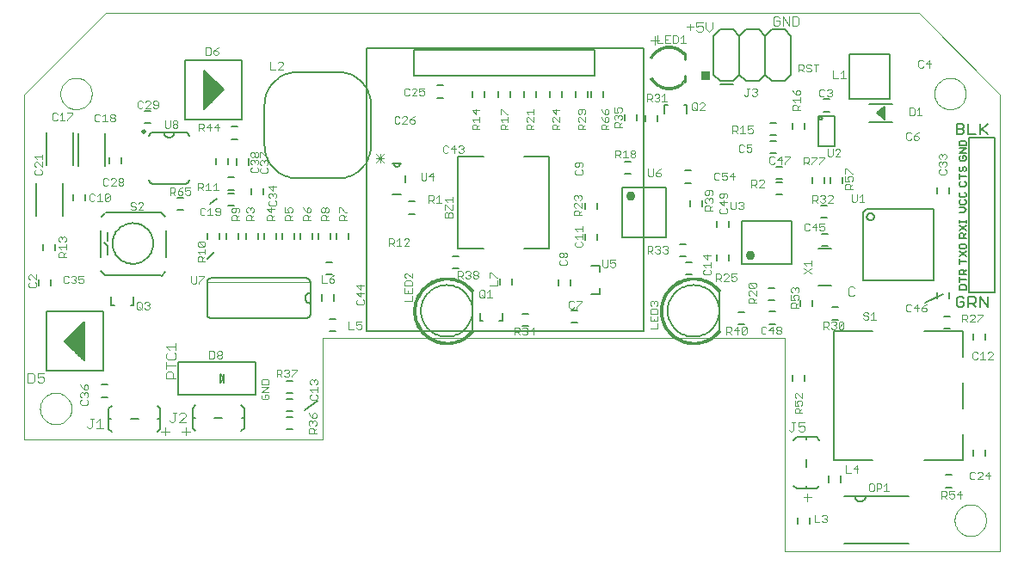
<source format=gto>
G75*
G70*
%OFA0B0*%
%FSLAX24Y24*%
%IPPOS*%
%LPD*%
%AMOC8*
5,1,8,0,0,1.08239X$1,22.5*
%
%ADD10C,0.0000*%
%ADD11C,0.0030*%
%ADD12C,0.0080*%
%ADD13R,0.0350X0.0350*%
%ADD14C,0.0040*%
%ADD15C,0.0050*%
%ADD16C,0.0060*%
%ADD17C,0.0020*%
%ADD18C,0.0010*%
%ADD19C,0.0100*%
%ADD20C,0.0362*%
D10*
X000180Y005173D02*
X011735Y005173D01*
X011735Y009110D01*
X029633Y009110D01*
X029633Y000843D01*
X037975Y000843D01*
X037975Y018559D01*
X034827Y021708D01*
X003329Y021708D01*
X000180Y018559D01*
X000180Y005173D01*
X000783Y006386D02*
X000785Y006435D01*
X000791Y006484D01*
X000801Y006532D01*
X000814Y006579D01*
X000832Y006625D01*
X000853Y006669D01*
X000877Y006712D01*
X000905Y006752D01*
X000936Y006791D01*
X000970Y006826D01*
X001007Y006859D01*
X001046Y006888D01*
X001088Y006914D01*
X001131Y006937D01*
X001177Y006956D01*
X001223Y006972D01*
X001271Y006984D01*
X001319Y006992D01*
X001368Y006996D01*
X001418Y006996D01*
X001467Y006992D01*
X001515Y006984D01*
X001563Y006972D01*
X001609Y006956D01*
X001655Y006937D01*
X001698Y006914D01*
X001740Y006888D01*
X001779Y006859D01*
X001816Y006826D01*
X001850Y006791D01*
X001881Y006752D01*
X001909Y006712D01*
X001933Y006669D01*
X001954Y006625D01*
X001972Y006579D01*
X001985Y006532D01*
X001995Y006484D01*
X002001Y006435D01*
X002003Y006386D01*
X002001Y006337D01*
X001995Y006288D01*
X001985Y006240D01*
X001972Y006193D01*
X001954Y006147D01*
X001933Y006103D01*
X001909Y006060D01*
X001881Y006020D01*
X001850Y005981D01*
X001816Y005946D01*
X001779Y005913D01*
X001740Y005884D01*
X001698Y005858D01*
X001655Y005835D01*
X001609Y005816D01*
X001563Y005800D01*
X001515Y005788D01*
X001467Y005780D01*
X001418Y005776D01*
X001368Y005776D01*
X001319Y005780D01*
X001271Y005788D01*
X001223Y005800D01*
X001177Y005816D01*
X001131Y005835D01*
X001088Y005858D01*
X001046Y005884D01*
X001007Y005913D01*
X000970Y005946D01*
X000936Y005981D01*
X000905Y006020D01*
X000877Y006060D01*
X000853Y006103D01*
X000832Y006147D01*
X000814Y006193D01*
X000801Y006240D01*
X000791Y006288D01*
X000785Y006337D01*
X000783Y006386D01*
X001570Y018591D02*
X001572Y018640D01*
X001578Y018689D01*
X001588Y018737D01*
X001601Y018784D01*
X001619Y018830D01*
X001640Y018874D01*
X001664Y018917D01*
X001692Y018957D01*
X001723Y018996D01*
X001757Y019031D01*
X001794Y019064D01*
X001833Y019093D01*
X001875Y019119D01*
X001918Y019142D01*
X001964Y019161D01*
X002010Y019177D01*
X002058Y019189D01*
X002106Y019197D01*
X002155Y019201D01*
X002205Y019201D01*
X002254Y019197D01*
X002302Y019189D01*
X002350Y019177D01*
X002396Y019161D01*
X002442Y019142D01*
X002485Y019119D01*
X002527Y019093D01*
X002566Y019064D01*
X002603Y019031D01*
X002637Y018996D01*
X002668Y018957D01*
X002696Y018917D01*
X002720Y018874D01*
X002741Y018830D01*
X002759Y018784D01*
X002772Y018737D01*
X002782Y018689D01*
X002788Y018640D01*
X002790Y018591D01*
X002788Y018542D01*
X002782Y018493D01*
X002772Y018445D01*
X002759Y018398D01*
X002741Y018352D01*
X002720Y018308D01*
X002696Y018265D01*
X002668Y018225D01*
X002637Y018186D01*
X002603Y018151D01*
X002566Y018118D01*
X002527Y018089D01*
X002485Y018063D01*
X002442Y018040D01*
X002396Y018021D01*
X002350Y018005D01*
X002302Y017993D01*
X002254Y017985D01*
X002205Y017981D01*
X002155Y017981D01*
X002106Y017985D01*
X002058Y017993D01*
X002010Y018005D01*
X001964Y018021D01*
X001918Y018040D01*
X001875Y018063D01*
X001833Y018089D01*
X001794Y018118D01*
X001757Y018151D01*
X001723Y018186D01*
X001692Y018225D01*
X001664Y018265D01*
X001640Y018308D01*
X001619Y018352D01*
X001601Y018398D01*
X001588Y018445D01*
X001578Y018493D01*
X001572Y018542D01*
X001570Y018591D01*
X035428Y018591D02*
X035430Y018640D01*
X035436Y018689D01*
X035446Y018737D01*
X035459Y018784D01*
X035477Y018830D01*
X035498Y018874D01*
X035522Y018917D01*
X035550Y018957D01*
X035581Y018996D01*
X035615Y019031D01*
X035652Y019064D01*
X035691Y019093D01*
X035733Y019119D01*
X035776Y019142D01*
X035822Y019161D01*
X035868Y019177D01*
X035916Y019189D01*
X035964Y019197D01*
X036013Y019201D01*
X036063Y019201D01*
X036112Y019197D01*
X036160Y019189D01*
X036208Y019177D01*
X036254Y019161D01*
X036300Y019142D01*
X036343Y019119D01*
X036385Y019093D01*
X036424Y019064D01*
X036461Y019031D01*
X036495Y018996D01*
X036526Y018957D01*
X036554Y018917D01*
X036578Y018874D01*
X036599Y018830D01*
X036617Y018784D01*
X036630Y018737D01*
X036640Y018689D01*
X036646Y018640D01*
X036648Y018591D01*
X036646Y018542D01*
X036640Y018493D01*
X036630Y018445D01*
X036617Y018398D01*
X036599Y018352D01*
X036578Y018308D01*
X036554Y018265D01*
X036526Y018225D01*
X036495Y018186D01*
X036461Y018151D01*
X036424Y018118D01*
X036385Y018089D01*
X036343Y018063D01*
X036300Y018040D01*
X036254Y018021D01*
X036208Y018005D01*
X036160Y017993D01*
X036112Y017985D01*
X036063Y017981D01*
X036013Y017981D01*
X035964Y017985D01*
X035916Y017993D01*
X035868Y018005D01*
X035822Y018021D01*
X035776Y018040D01*
X035733Y018063D01*
X035691Y018089D01*
X035652Y018118D01*
X035615Y018151D01*
X035581Y018186D01*
X035550Y018225D01*
X035522Y018265D01*
X035498Y018308D01*
X035477Y018352D01*
X035459Y018398D01*
X035446Y018445D01*
X035436Y018493D01*
X035430Y018542D01*
X035428Y018591D01*
X036216Y002055D02*
X036218Y002104D01*
X036224Y002153D01*
X036234Y002201D01*
X036247Y002248D01*
X036265Y002294D01*
X036286Y002338D01*
X036310Y002381D01*
X036338Y002421D01*
X036369Y002460D01*
X036403Y002495D01*
X036440Y002528D01*
X036479Y002557D01*
X036521Y002583D01*
X036564Y002606D01*
X036610Y002625D01*
X036656Y002641D01*
X036704Y002653D01*
X036752Y002661D01*
X036801Y002665D01*
X036851Y002665D01*
X036900Y002661D01*
X036948Y002653D01*
X036996Y002641D01*
X037042Y002625D01*
X037088Y002606D01*
X037131Y002583D01*
X037173Y002557D01*
X037212Y002528D01*
X037249Y002495D01*
X037283Y002460D01*
X037314Y002421D01*
X037342Y002381D01*
X037366Y002338D01*
X037387Y002294D01*
X037405Y002248D01*
X037418Y002201D01*
X037428Y002153D01*
X037434Y002104D01*
X037436Y002055D01*
X037434Y002006D01*
X037428Y001957D01*
X037418Y001909D01*
X037405Y001862D01*
X037387Y001816D01*
X037366Y001772D01*
X037342Y001729D01*
X037314Y001689D01*
X037283Y001650D01*
X037249Y001615D01*
X037212Y001582D01*
X037173Y001553D01*
X037131Y001527D01*
X037088Y001504D01*
X037042Y001485D01*
X036996Y001469D01*
X036948Y001457D01*
X036900Y001449D01*
X036851Y001445D01*
X036801Y001445D01*
X036752Y001449D01*
X036704Y001457D01*
X036656Y001469D01*
X036610Y001485D01*
X036564Y001504D01*
X036521Y001527D01*
X036479Y001553D01*
X036440Y001582D01*
X036403Y001615D01*
X036369Y001650D01*
X036338Y001689D01*
X036310Y001729D01*
X036286Y001772D01*
X036265Y001816D01*
X036247Y001862D01*
X036234Y001909D01*
X036224Y001957D01*
X036218Y002006D01*
X036216Y002055D01*
D11*
X036151Y002893D02*
X036054Y002893D01*
X036006Y002942D01*
X036006Y003039D02*
X036102Y003087D01*
X036151Y003087D01*
X036199Y003039D01*
X036199Y002942D01*
X036151Y002893D01*
X036006Y003039D02*
X036006Y003184D01*
X036199Y003184D01*
X036300Y003039D02*
X036494Y003039D01*
X036445Y003184D02*
X036300Y003039D01*
X036445Y002893D02*
X036445Y003184D01*
X035905Y003135D02*
X035905Y003039D01*
X035856Y002990D01*
X035711Y002990D01*
X035711Y002893D02*
X035711Y003184D01*
X035856Y003184D01*
X035905Y003135D01*
X035808Y002990D02*
X035905Y002893D01*
X036811Y003692D02*
X036859Y003643D01*
X036956Y003643D01*
X037005Y003692D01*
X037106Y003643D02*
X037299Y003837D01*
X037299Y003885D01*
X037251Y003934D01*
X037154Y003934D01*
X037106Y003885D01*
X037005Y003885D02*
X036956Y003934D01*
X036859Y003934D01*
X036811Y003885D01*
X036811Y003692D01*
X037106Y003643D02*
X037299Y003643D01*
X037400Y003789D02*
X037594Y003789D01*
X037545Y003934D02*
X037400Y003789D01*
X037545Y003643D02*
X037545Y003934D01*
X033677Y003188D02*
X033484Y003188D01*
X033581Y003188D02*
X033581Y003479D01*
X033484Y003382D01*
X033383Y003430D02*
X033383Y003334D01*
X033334Y003285D01*
X033189Y003285D01*
X033189Y003188D02*
X033189Y003479D01*
X033334Y003479D01*
X033383Y003430D01*
X033088Y003430D02*
X033088Y003237D01*
X033040Y003188D01*
X032943Y003188D01*
X032894Y003237D01*
X032894Y003430D01*
X032943Y003479D01*
X033040Y003479D01*
X033088Y003430D01*
X032435Y003893D02*
X032435Y004184D01*
X032290Y004039D01*
X032483Y004039D01*
X032188Y003893D02*
X031995Y003893D01*
X031995Y004184D01*
X030410Y005550D02*
X030348Y005488D01*
X030225Y005488D01*
X030163Y005550D01*
X030163Y005674D02*
X030287Y005735D01*
X030348Y005735D01*
X030410Y005674D01*
X030410Y005550D01*
X030163Y005674D02*
X030163Y005859D01*
X030410Y005859D01*
X030042Y005859D02*
X029918Y005859D01*
X029980Y005859D02*
X029980Y005550D01*
X029918Y005488D01*
X029857Y005488D01*
X029795Y005550D01*
X030020Y006205D02*
X030020Y006350D01*
X030068Y006398D01*
X030165Y006398D01*
X030213Y006350D01*
X030213Y006205D01*
X030213Y006301D02*
X030310Y006398D01*
X030262Y006499D02*
X030310Y006548D01*
X030310Y006644D01*
X030262Y006693D01*
X030165Y006693D01*
X030117Y006644D01*
X030117Y006596D01*
X030165Y006499D01*
X030020Y006499D01*
X030020Y006693D01*
X030068Y006794D02*
X030020Y006842D01*
X030020Y006939D01*
X030068Y006987D01*
X030117Y006987D01*
X030310Y006794D01*
X030310Y006987D01*
X030310Y006205D02*
X030020Y006205D01*
X029455Y009273D02*
X029359Y009273D01*
X029310Y009322D01*
X029310Y009370D01*
X029359Y009419D01*
X029455Y009419D01*
X029504Y009370D01*
X029504Y009322D01*
X029455Y009273D01*
X029455Y009419D02*
X029504Y009467D01*
X029504Y009515D01*
X029455Y009564D01*
X029359Y009564D01*
X029310Y009515D01*
X029310Y009467D01*
X029359Y009419D01*
X029209Y009419D02*
X029016Y009419D01*
X029161Y009564D01*
X029161Y009273D01*
X028915Y009322D02*
X028866Y009273D01*
X028769Y009273D01*
X028721Y009322D01*
X028721Y009515D01*
X028769Y009564D01*
X028866Y009564D01*
X028915Y009515D01*
X028154Y009505D02*
X027960Y009312D01*
X028009Y009263D01*
X028105Y009263D01*
X028154Y009312D01*
X028154Y009505D01*
X028105Y009554D01*
X028009Y009554D01*
X027960Y009505D01*
X027960Y009312D01*
X027859Y009409D02*
X027666Y009409D01*
X027811Y009554D01*
X027811Y009263D01*
X027565Y009263D02*
X027468Y009360D01*
X027516Y009360D02*
X027371Y009360D01*
X027371Y009263D02*
X027371Y009554D01*
X027516Y009554D01*
X027565Y009505D01*
X027565Y009409D01*
X027516Y009360D01*
X028230Y010475D02*
X028230Y010620D01*
X028278Y010668D01*
X028375Y010668D01*
X028423Y010620D01*
X028423Y010475D01*
X028423Y010571D02*
X028520Y010668D01*
X028520Y010769D02*
X028327Y010963D01*
X028278Y010963D01*
X028230Y010914D01*
X028230Y010818D01*
X028278Y010769D01*
X028520Y010769D02*
X028520Y010963D01*
X028472Y011064D02*
X028278Y011257D01*
X028472Y011257D01*
X028520Y011209D01*
X028520Y011112D01*
X028472Y011064D01*
X028278Y011064D01*
X028230Y011112D01*
X028230Y011209D01*
X028278Y011257D01*
X027754Y011372D02*
X027705Y011323D01*
X027609Y011323D01*
X027560Y011372D01*
X027560Y011469D02*
X027657Y011517D01*
X027705Y011517D01*
X027754Y011469D01*
X027754Y011372D01*
X027560Y011469D02*
X027560Y011614D01*
X027754Y011614D01*
X027459Y011565D02*
X027411Y011614D01*
X027314Y011614D01*
X027266Y011565D01*
X027165Y011565D02*
X027165Y011469D01*
X027116Y011420D01*
X026971Y011420D01*
X026971Y011323D02*
X026971Y011614D01*
X027116Y011614D01*
X027165Y011565D01*
X027068Y011420D02*
X027165Y011323D01*
X027266Y011323D02*
X027459Y011517D01*
X027459Y011565D01*
X027459Y011323D02*
X027266Y011323D01*
X026770Y011622D02*
X026770Y011719D01*
X026722Y011767D01*
X026770Y011868D02*
X026770Y012062D01*
X026770Y011965D02*
X026480Y011965D01*
X026577Y011868D01*
X026528Y011767D02*
X026480Y011719D01*
X026480Y011622D01*
X026528Y011573D01*
X026722Y011573D01*
X026770Y011622D01*
X026625Y012163D02*
X026625Y012356D01*
X026770Y012308D02*
X026480Y012308D01*
X026625Y012163D01*
X025104Y012447D02*
X025055Y012398D01*
X024959Y012398D01*
X024910Y012447D01*
X024809Y012447D02*
X024809Y012495D01*
X024761Y012544D01*
X024712Y012544D01*
X024761Y012544D02*
X024809Y012592D01*
X024809Y012640D01*
X024761Y012689D01*
X024664Y012689D01*
X024616Y012640D01*
X024515Y012640D02*
X024515Y012544D01*
X024466Y012495D01*
X024321Y012495D01*
X024321Y012398D02*
X024321Y012689D01*
X024466Y012689D01*
X024515Y012640D01*
X024418Y012495D02*
X024515Y012398D01*
X024616Y012447D02*
X024664Y012398D01*
X024761Y012398D01*
X024809Y012447D01*
X024910Y012640D02*
X024959Y012689D01*
X025055Y012689D01*
X025104Y012640D01*
X025104Y012592D01*
X025055Y012544D01*
X025104Y012495D01*
X025104Y012447D01*
X025055Y012544D02*
X025007Y012544D01*
X023067Y012159D02*
X022873Y012159D01*
X022873Y012014D01*
X022970Y012062D01*
X023018Y012062D01*
X023067Y012014D01*
X023067Y011917D01*
X023018Y011869D01*
X022921Y011869D01*
X022873Y011917D01*
X022772Y011917D02*
X022772Y012159D01*
X022578Y012159D02*
X022578Y011917D01*
X022627Y011869D01*
X022724Y011869D01*
X022772Y011917D01*
X021795Y012707D02*
X021747Y012658D01*
X021553Y012658D01*
X021505Y012707D01*
X021505Y012804D01*
X021553Y012852D01*
X021602Y012953D02*
X021505Y013050D01*
X021795Y013050D01*
X021795Y012953D02*
X021795Y013147D01*
X021795Y013248D02*
X021795Y013441D01*
X021795Y013345D02*
X021505Y013345D01*
X021602Y013248D01*
X021747Y012852D02*
X021795Y012804D01*
X021795Y012707D01*
X021200Y012387D02*
X021200Y012290D01*
X021151Y012242D01*
X021103Y012242D01*
X021054Y012290D01*
X021054Y012387D01*
X021103Y012435D01*
X021151Y012435D01*
X021200Y012387D01*
X021054Y012387D02*
X021006Y012435D01*
X020958Y012435D01*
X020909Y012387D01*
X020909Y012290D01*
X020958Y012242D01*
X021006Y012242D01*
X021054Y012290D01*
X020958Y012141D02*
X020909Y012092D01*
X020909Y011996D01*
X020958Y011947D01*
X021151Y011947D01*
X021200Y011996D01*
X021200Y012092D01*
X021151Y012141D01*
X021323Y010562D02*
X021275Y010513D01*
X021275Y010320D01*
X021323Y010271D01*
X021420Y010271D01*
X021468Y010320D01*
X021569Y010320D02*
X021569Y010271D01*
X021569Y010320D02*
X021763Y010513D01*
X021763Y010562D01*
X021569Y010562D01*
X021468Y010513D02*
X021420Y010562D01*
X021323Y010562D01*
X019905Y009534D02*
X019760Y009389D01*
X019954Y009389D01*
X019905Y009534D02*
X019905Y009243D01*
X019659Y009292D02*
X019611Y009243D01*
X019514Y009243D01*
X019466Y009292D01*
X019365Y009243D02*
X019268Y009340D01*
X019316Y009340D02*
X019171Y009340D01*
X019171Y009243D02*
X019171Y009534D01*
X019316Y009534D01*
X019365Y009485D01*
X019365Y009389D01*
X019316Y009340D01*
X019466Y009485D02*
X019514Y009534D01*
X019611Y009534D01*
X019659Y009485D01*
X019659Y009437D01*
X019611Y009389D01*
X019659Y009340D01*
X019659Y009292D01*
X019611Y009389D02*
X019562Y009389D01*
X018297Y010689D02*
X018103Y010689D01*
X018200Y010689D02*
X018200Y010979D01*
X018103Y010883D01*
X018002Y010931D02*
X018002Y010737D01*
X017954Y010689D01*
X017857Y010689D01*
X017809Y010737D01*
X017809Y010931D01*
X017857Y010979D01*
X017954Y010979D01*
X018002Y010931D01*
X017906Y010786D02*
X018002Y010689D01*
X018210Y011159D02*
X018500Y011159D01*
X018500Y011353D01*
X018500Y011454D02*
X018452Y011454D01*
X018258Y011647D01*
X018210Y011647D01*
X018210Y011454D01*
X017754Y011472D02*
X017705Y011423D01*
X017609Y011423D01*
X017560Y011472D01*
X017560Y011520D01*
X017609Y011569D01*
X017705Y011569D01*
X017754Y011520D01*
X017754Y011472D01*
X017705Y011569D02*
X017754Y011617D01*
X017754Y011665D01*
X017705Y011714D01*
X017609Y011714D01*
X017560Y011665D01*
X017560Y011617D01*
X017609Y011569D01*
X017459Y011617D02*
X017411Y011569D01*
X017459Y011520D01*
X017459Y011472D01*
X017411Y011423D01*
X017314Y011423D01*
X017266Y011472D01*
X017165Y011423D02*
X017068Y011520D01*
X017116Y011520D02*
X016971Y011520D01*
X016971Y011423D02*
X016971Y011714D01*
X017116Y011714D01*
X017165Y011665D01*
X017165Y011569D01*
X017116Y011520D01*
X017266Y011665D02*
X017314Y011714D01*
X017411Y011714D01*
X017459Y011665D01*
X017459Y011617D01*
X017411Y011569D02*
X017362Y011569D01*
X015195Y011636D02*
X015195Y011442D01*
X015002Y011636D01*
X014953Y011636D01*
X014905Y011588D01*
X014905Y011491D01*
X014953Y011442D01*
X014953Y011341D02*
X014905Y011293D01*
X014905Y011148D01*
X015195Y011148D01*
X015195Y011293D01*
X015147Y011341D01*
X014953Y011341D01*
X014905Y011047D02*
X014905Y010853D01*
X015195Y010853D01*
X015195Y011047D01*
X015050Y010950D02*
X015050Y010853D01*
X015195Y010752D02*
X015195Y010558D01*
X014905Y010558D01*
X013340Y010559D02*
X013340Y010462D01*
X013292Y010413D01*
X013098Y010413D01*
X013050Y010462D01*
X013050Y010559D01*
X013098Y010607D01*
X013195Y010708D02*
X013195Y010902D01*
X013195Y011003D02*
X013195Y011196D01*
X013340Y011148D02*
X013050Y011148D01*
X013195Y011003D01*
X013340Y010853D02*
X013050Y010853D01*
X013195Y010708D01*
X013292Y010607D02*
X013340Y010559D01*
X012183Y011312D02*
X012183Y011360D01*
X012135Y011409D01*
X011990Y011409D01*
X011990Y011312D01*
X012038Y011263D01*
X012135Y011263D01*
X012183Y011312D01*
X012086Y011505D02*
X011990Y011409D01*
X012086Y011505D02*
X012183Y011554D01*
X011888Y011263D02*
X011695Y011263D01*
X011695Y011554D01*
X014296Y012688D02*
X014296Y012979D01*
X014441Y012979D01*
X014490Y012930D01*
X014490Y012834D01*
X014441Y012785D01*
X014296Y012785D01*
X014393Y012785D02*
X014490Y012688D01*
X014591Y012688D02*
X014784Y012688D01*
X014687Y012688D02*
X014687Y012979D01*
X014591Y012882D01*
X014885Y012930D02*
X014934Y012979D01*
X015030Y012979D01*
X015079Y012930D01*
X015079Y012882D01*
X014885Y012688D01*
X015079Y012688D01*
X016466Y013798D02*
X016466Y013943D01*
X016515Y013991D01*
X016563Y013991D01*
X016611Y013943D01*
X016611Y013798D01*
X016756Y013798D02*
X016466Y013798D01*
X016611Y013943D02*
X016660Y013991D01*
X016708Y013991D01*
X016756Y013943D01*
X016756Y013798D01*
X016756Y014093D02*
X016756Y014286D01*
X016756Y014387D02*
X016756Y014581D01*
X016756Y014484D02*
X016466Y014484D01*
X016563Y014387D01*
X016515Y014286D02*
X016708Y014093D01*
X016756Y014093D01*
X016466Y014093D02*
X016466Y014286D01*
X016515Y014286D01*
X016333Y014363D02*
X016140Y014363D01*
X016236Y014363D02*
X016236Y014654D01*
X016140Y014557D01*
X016038Y014605D02*
X016038Y014509D01*
X015990Y014460D01*
X015845Y014460D01*
X015845Y014363D02*
X015845Y014654D01*
X015990Y014654D01*
X016038Y014605D01*
X015942Y014460D02*
X016038Y014363D01*
X015995Y015228D02*
X015995Y015519D01*
X015850Y015374D01*
X016043Y015374D01*
X015748Y015277D02*
X015748Y015519D01*
X015555Y015519D02*
X015555Y015277D01*
X015603Y015228D01*
X015700Y015228D01*
X015748Y015277D01*
X016454Y016293D02*
X016406Y016342D01*
X016406Y016535D01*
X016454Y016584D01*
X016551Y016584D01*
X016600Y016535D01*
X016701Y016439D02*
X016894Y016439D01*
X016995Y016535D02*
X017044Y016584D01*
X017140Y016584D01*
X017189Y016535D01*
X017189Y016487D01*
X017140Y016439D01*
X017189Y016390D01*
X017189Y016342D01*
X017140Y016293D01*
X017044Y016293D01*
X016995Y016342D01*
X017092Y016439D02*
X017140Y016439D01*
X016846Y016584D02*
X016701Y016439D01*
X016600Y016342D02*
X016551Y016293D01*
X016454Y016293D01*
X016846Y016293D02*
X016846Y016584D01*
X017520Y017205D02*
X017520Y017350D01*
X017568Y017398D01*
X017665Y017398D01*
X017713Y017350D01*
X017713Y017205D01*
X017713Y017301D02*
X017810Y017398D01*
X017810Y017499D02*
X017810Y017693D01*
X017810Y017596D02*
X017520Y017596D01*
X017617Y017499D01*
X017520Y017205D02*
X017810Y017205D01*
X018620Y017205D02*
X018620Y017350D01*
X018668Y017398D01*
X018765Y017398D01*
X018813Y017350D01*
X018813Y017205D01*
X018813Y017301D02*
X018910Y017398D01*
X018910Y017499D02*
X018910Y017693D01*
X018910Y017596D02*
X018620Y017596D01*
X018717Y017499D01*
X018620Y017205D02*
X018910Y017205D01*
X019620Y017205D02*
X019620Y017350D01*
X019668Y017398D01*
X019765Y017398D01*
X019813Y017350D01*
X019813Y017205D01*
X019813Y017301D02*
X019910Y017398D01*
X019910Y017499D02*
X019717Y017693D01*
X019668Y017693D01*
X019620Y017644D01*
X019620Y017548D01*
X019668Y017499D01*
X019910Y017499D02*
X019910Y017693D01*
X019910Y017794D02*
X019910Y017987D01*
X019910Y017891D02*
X019620Y017891D01*
X019717Y017794D01*
X018910Y017794D02*
X018862Y017794D01*
X018668Y017987D01*
X018620Y017987D01*
X018620Y017794D01*
X017810Y017939D02*
X017520Y017939D01*
X017665Y017794D01*
X017665Y017987D01*
X015678Y018562D02*
X015629Y018513D01*
X015533Y018513D01*
X015484Y018562D01*
X015484Y018659D02*
X015581Y018707D01*
X015629Y018707D01*
X015678Y018659D01*
X015678Y018562D01*
X015484Y018659D02*
X015484Y018804D01*
X015678Y018804D01*
X015383Y018755D02*
X015335Y018804D01*
X015238Y018804D01*
X015190Y018755D01*
X015088Y018755D02*
X015040Y018804D01*
X014943Y018804D01*
X014895Y018755D01*
X014895Y018562D01*
X014943Y018513D01*
X015040Y018513D01*
X015088Y018562D01*
X015190Y018513D02*
X015383Y018707D01*
X015383Y018755D01*
X015383Y018513D02*
X015190Y018513D01*
X015304Y017719D02*
X015207Y017670D01*
X015110Y017574D01*
X015255Y017574D01*
X015304Y017525D01*
X015304Y017477D01*
X015255Y017428D01*
X015159Y017428D01*
X015110Y017477D01*
X015110Y017574D01*
X015009Y017622D02*
X015009Y017670D01*
X014961Y017719D01*
X014864Y017719D01*
X014816Y017670D01*
X014715Y017670D02*
X014666Y017719D01*
X014569Y017719D01*
X014521Y017670D01*
X014521Y017477D01*
X014569Y017428D01*
X014666Y017428D01*
X014715Y017477D01*
X014816Y017428D02*
X015009Y017622D01*
X015009Y017428D02*
X014816Y017428D01*
X014109Y016240D02*
X013795Y015927D01*
X013795Y016084D02*
X014109Y016084D01*
X014109Y015927D02*
X013795Y016240D01*
X013952Y016240D02*
X013952Y015927D01*
X012423Y014172D02*
X012617Y013978D01*
X012665Y013978D01*
X012665Y013877D02*
X012568Y013780D01*
X012568Y013829D02*
X012568Y013683D01*
X012665Y013683D02*
X012375Y013683D01*
X012375Y013829D01*
X012423Y013877D01*
X012520Y013877D01*
X012568Y013829D01*
X012375Y013978D02*
X012375Y014172D01*
X012423Y014172D01*
X011965Y014123D02*
X011965Y014026D01*
X011917Y013978D01*
X011868Y013978D01*
X011820Y014026D01*
X011820Y014123D01*
X011868Y014172D01*
X011917Y014172D01*
X011965Y014123D01*
X011820Y014123D02*
X011772Y014172D01*
X011723Y014172D01*
X011675Y014123D01*
X011675Y014026D01*
X011723Y013978D01*
X011772Y013978D01*
X011820Y014026D01*
X011820Y013877D02*
X011868Y013829D01*
X011868Y013683D01*
X011965Y013683D02*
X011675Y013683D01*
X011675Y013829D01*
X011723Y013877D01*
X011820Y013877D01*
X011868Y013780D02*
X011965Y013877D01*
X011265Y013877D02*
X011168Y013780D01*
X011168Y013829D02*
X011168Y013683D01*
X011265Y013683D02*
X010975Y013683D01*
X010975Y013829D01*
X011023Y013877D01*
X011120Y013877D01*
X011168Y013829D01*
X011120Y013978D02*
X011120Y014123D01*
X011168Y014172D01*
X011217Y014172D01*
X011265Y014123D01*
X011265Y014026D01*
X011217Y013978D01*
X011120Y013978D01*
X011023Y014075D01*
X010975Y014172D01*
X010565Y014123D02*
X010565Y014026D01*
X010517Y013978D01*
X010420Y013978D02*
X010372Y014075D01*
X010372Y014123D01*
X010420Y014172D01*
X010517Y014172D01*
X010565Y014123D01*
X010420Y013978D02*
X010275Y013978D01*
X010275Y014172D01*
X010323Y013877D02*
X010275Y013829D01*
X010275Y013683D01*
X010565Y013683D01*
X010468Y013683D02*
X010468Y013829D01*
X010420Y013877D01*
X010323Y013877D01*
X010468Y013780D02*
X010565Y013877D01*
X009865Y013877D02*
X009768Y013780D01*
X009768Y013829D02*
X009768Y013683D01*
X009865Y013683D02*
X009575Y013683D01*
X009575Y013829D01*
X009623Y013877D01*
X009720Y013877D01*
X009768Y013829D01*
X009720Y013978D02*
X009720Y014172D01*
X009698Y014245D02*
X009892Y014245D01*
X009940Y014293D01*
X009940Y014390D01*
X009892Y014438D01*
X009892Y014539D02*
X009940Y014588D01*
X009940Y014684D01*
X009892Y014733D01*
X009843Y014733D01*
X009795Y014684D01*
X009795Y014636D01*
X009795Y014684D02*
X009747Y014733D01*
X009698Y014733D01*
X009650Y014684D01*
X009650Y014588D01*
X009698Y014539D01*
X009698Y014438D02*
X009650Y014390D01*
X009650Y014293D01*
X009698Y014245D01*
X009575Y014123D02*
X009720Y013978D01*
X009865Y014123D02*
X009575Y014123D01*
X009065Y014123D02*
X009065Y014026D01*
X009017Y013978D01*
X009065Y013877D02*
X008968Y013780D01*
X008968Y013829D02*
X008968Y013683D01*
X009065Y013683D02*
X008775Y013683D01*
X008775Y013829D01*
X008823Y013877D01*
X008920Y013877D01*
X008968Y013829D01*
X008823Y013978D02*
X008775Y014026D01*
X008775Y014123D01*
X008823Y014172D01*
X008872Y014172D01*
X008920Y014123D01*
X008968Y014172D01*
X009017Y014172D01*
X009065Y014123D01*
X008920Y014123D02*
X008920Y014075D01*
X008505Y014118D02*
X008457Y014167D01*
X008263Y014167D01*
X008215Y014118D01*
X008215Y014021D01*
X008263Y013973D01*
X008312Y013973D01*
X008360Y014021D01*
X008360Y014167D01*
X008505Y014118D02*
X008505Y014021D01*
X008457Y013973D01*
X008505Y013872D02*
X008408Y013775D01*
X008408Y013824D02*
X008408Y013678D01*
X008505Y013678D02*
X008215Y013678D01*
X008215Y013824D01*
X008263Y013872D01*
X008360Y013872D01*
X008408Y013824D01*
X007768Y013923D02*
X007768Y014116D01*
X007720Y014164D01*
X007623Y014164D01*
X007575Y014116D01*
X007575Y014068D01*
X007623Y014019D01*
X007768Y014019D01*
X007768Y013923D02*
X007720Y013874D01*
X007623Y013874D01*
X007575Y013923D01*
X007474Y013874D02*
X007280Y013874D01*
X007377Y013874D02*
X007377Y014164D01*
X007280Y014068D01*
X007179Y014116D02*
X007131Y014164D01*
X007034Y014164D01*
X006986Y014116D01*
X006986Y013923D01*
X007034Y013874D01*
X007131Y013874D01*
X007179Y013923D01*
X006559Y014668D02*
X006463Y014668D01*
X006414Y014717D01*
X006414Y014814D02*
X006511Y014862D01*
X006559Y014862D01*
X006608Y014814D01*
X006608Y014717D01*
X006559Y014668D01*
X006414Y014814D02*
X006414Y014959D01*
X006608Y014959D01*
X006313Y014959D02*
X006216Y014910D01*
X006120Y014814D01*
X006265Y014814D01*
X006313Y014765D01*
X006313Y014717D01*
X006265Y014668D01*
X006168Y014668D01*
X006120Y014717D01*
X006120Y014814D01*
X006018Y014814D02*
X006018Y014910D01*
X005970Y014959D01*
X005825Y014959D01*
X005825Y014668D01*
X005825Y014765D02*
X005970Y014765D01*
X006018Y014814D01*
X005922Y014765D02*
X006018Y014668D01*
X006905Y014843D02*
X006905Y015134D01*
X007050Y015134D01*
X007098Y015085D01*
X007098Y014989D01*
X007050Y014940D01*
X006905Y014940D01*
X007002Y014940D02*
X007098Y014843D01*
X007200Y014843D02*
X007393Y014843D01*
X007296Y014843D02*
X007296Y015134D01*
X007200Y015037D01*
X007494Y015037D02*
X007591Y015134D01*
X007591Y014843D01*
X007494Y014843D02*
X007688Y014843D01*
X008945Y015592D02*
X008993Y015543D01*
X009187Y015543D01*
X009235Y015592D01*
X009235Y015689D01*
X009187Y015737D01*
X009187Y015838D02*
X009235Y015886D01*
X009235Y015983D01*
X009187Y016032D01*
X009138Y016032D01*
X009090Y015983D01*
X009090Y015935D01*
X009090Y015983D02*
X009042Y016032D01*
X008993Y016032D01*
X008945Y015983D01*
X008945Y015886D01*
X008993Y015838D01*
X008993Y015737D02*
X008945Y015689D01*
X008945Y015592D01*
X009315Y015573D02*
X009363Y015525D01*
X009557Y015525D01*
X009605Y015573D01*
X009605Y015670D01*
X009557Y015718D01*
X009557Y015819D02*
X009605Y015868D01*
X009605Y015964D01*
X009557Y016013D01*
X009508Y016013D01*
X009460Y015964D01*
X009460Y015916D01*
X009460Y015964D02*
X009412Y016013D01*
X009363Y016013D01*
X009315Y015964D01*
X009315Y015868D01*
X009363Y015819D01*
X009363Y015718D02*
X009315Y015670D01*
X009315Y015573D01*
X009315Y016114D02*
X009315Y016307D01*
X009363Y016307D01*
X009557Y016114D01*
X009605Y016114D01*
X009235Y016181D02*
X009235Y016278D01*
X009187Y016326D01*
X009138Y016326D01*
X009090Y016278D01*
X009090Y016181D01*
X009042Y016133D01*
X008993Y016133D01*
X008945Y016181D01*
X008945Y016278D01*
X008993Y016326D01*
X009042Y016326D01*
X009090Y016278D01*
X009090Y016181D02*
X009138Y016133D01*
X009187Y016133D01*
X009235Y016181D01*
X009650Y014979D02*
X009795Y014834D01*
X009795Y015027D01*
X009940Y014979D02*
X009650Y014979D01*
X007670Y017143D02*
X007670Y017434D01*
X007525Y017289D01*
X007719Y017289D01*
X007424Y017289D02*
X007231Y017289D01*
X007376Y017434D01*
X007376Y017143D01*
X007130Y017143D02*
X007033Y017240D01*
X007081Y017240D02*
X006936Y017240D01*
X006936Y017143D02*
X006936Y017434D01*
X007081Y017434D01*
X007130Y017385D01*
X007130Y017289D01*
X007081Y017240D01*
X006118Y017312D02*
X006070Y017263D01*
X005973Y017263D01*
X005925Y017312D01*
X005925Y017360D01*
X005973Y017409D01*
X006070Y017409D01*
X006118Y017360D01*
X006118Y017312D01*
X006070Y017409D02*
X006118Y017457D01*
X006118Y017505D01*
X006070Y017554D01*
X005973Y017554D01*
X005925Y017505D01*
X005925Y017457D01*
X005973Y017409D01*
X005823Y017312D02*
X005823Y017554D01*
X005630Y017554D02*
X005630Y017312D01*
X005678Y017263D01*
X005775Y017263D01*
X005823Y017312D01*
X005305Y018024D02*
X005354Y018072D01*
X005354Y018266D01*
X005305Y018314D01*
X005209Y018314D01*
X005160Y018266D01*
X005160Y018217D01*
X005209Y018169D01*
X005354Y018169D01*
X005305Y018024D02*
X005209Y018024D01*
X005160Y018072D01*
X005059Y018024D02*
X004866Y018024D01*
X005059Y018217D01*
X005059Y018266D01*
X005011Y018314D01*
X004914Y018314D01*
X004866Y018266D01*
X004765Y018266D02*
X004716Y018314D01*
X004619Y018314D01*
X004571Y018266D01*
X004571Y018072D01*
X004619Y018024D01*
X004716Y018024D01*
X004765Y018072D01*
X003694Y017753D02*
X003694Y017705D01*
X003645Y017657D01*
X003549Y017657D01*
X003500Y017705D01*
X003500Y017753D01*
X003549Y017802D01*
X003645Y017802D01*
X003694Y017753D01*
X003645Y017657D02*
X003694Y017608D01*
X003694Y017560D01*
X003645Y017512D01*
X003549Y017512D01*
X003500Y017560D01*
X003500Y017608D01*
X003549Y017657D01*
X003399Y017512D02*
X003206Y017512D01*
X003302Y017512D02*
X003302Y017802D01*
X003206Y017705D01*
X003105Y017753D02*
X003056Y017802D01*
X002959Y017802D01*
X002911Y017753D01*
X002911Y017560D01*
X002959Y017512D01*
X003056Y017512D01*
X003105Y017560D01*
X002043Y017797D02*
X001849Y017604D01*
X001849Y017555D01*
X001748Y017555D02*
X001555Y017555D01*
X001651Y017555D02*
X001651Y017846D01*
X001555Y017749D01*
X001454Y017797D02*
X001405Y017846D01*
X001308Y017846D01*
X001260Y017797D01*
X001260Y017604D01*
X001308Y017555D01*
X001405Y017555D01*
X001454Y017604D01*
X001849Y017846D02*
X002043Y017846D01*
X002043Y017797D01*
X000863Y016236D02*
X000863Y016043D01*
X000863Y016140D02*
X000573Y016140D01*
X000670Y016043D01*
X000670Y015942D02*
X000621Y015942D01*
X000573Y015893D01*
X000573Y015797D01*
X000621Y015748D01*
X000621Y015647D02*
X000573Y015599D01*
X000573Y015502D01*
X000621Y015453D01*
X000815Y015453D01*
X000863Y015502D01*
X000863Y015599D01*
X000815Y015647D01*
X000863Y015748D02*
X000670Y015942D01*
X000863Y015942D02*
X000863Y015748D01*
X002706Y014665D02*
X002706Y014472D01*
X002754Y014423D01*
X002851Y014423D01*
X002900Y014472D01*
X003001Y014423D02*
X003194Y014423D01*
X003097Y014423D02*
X003097Y014714D01*
X003001Y014617D01*
X002900Y014665D02*
X002851Y014714D01*
X002754Y014714D01*
X002706Y014665D01*
X003295Y014665D02*
X003344Y014714D01*
X003440Y014714D01*
X003489Y014665D01*
X003295Y014472D01*
X003344Y014423D01*
X003440Y014423D01*
X003489Y014472D01*
X003489Y014665D01*
X003295Y014665D02*
X003295Y014472D01*
X003279Y015024D02*
X003375Y015024D01*
X003424Y015072D01*
X003525Y015024D02*
X003719Y015217D01*
X003719Y015266D01*
X003670Y015314D01*
X003573Y015314D01*
X003525Y015266D01*
X003424Y015266D02*
X003375Y015314D01*
X003279Y015314D01*
X003230Y015266D01*
X003230Y015072D01*
X003279Y015024D01*
X003525Y015024D02*
X003719Y015024D01*
X003820Y015072D02*
X003820Y015120D01*
X003868Y015169D01*
X003965Y015169D01*
X004013Y015120D01*
X004013Y015072D01*
X003965Y015024D01*
X003868Y015024D01*
X003820Y015072D01*
X003868Y015169D02*
X003820Y015217D01*
X003820Y015266D01*
X003868Y015314D01*
X003965Y015314D01*
X004013Y015266D01*
X004013Y015217D01*
X003965Y015169D01*
X004343Y014379D02*
X004295Y014330D01*
X004295Y014282D01*
X004343Y014234D01*
X004440Y014234D01*
X004488Y014185D01*
X004488Y014137D01*
X004440Y014088D01*
X004343Y014088D01*
X004295Y014137D01*
X004343Y014379D02*
X004440Y014379D01*
X004488Y014330D01*
X004590Y014330D02*
X004638Y014379D01*
X004735Y014379D01*
X004783Y014330D01*
X004783Y014282D01*
X004590Y014088D01*
X004783Y014088D01*
X006885Y012813D02*
X006933Y012861D01*
X007127Y012668D01*
X007175Y012716D01*
X007175Y012813D01*
X007127Y012861D01*
X006933Y012861D01*
X006885Y012813D02*
X006885Y012716D01*
X006933Y012668D01*
X007127Y012668D01*
X007175Y012567D02*
X007175Y012373D01*
X007175Y012470D02*
X006885Y012470D01*
X006982Y012373D01*
X007030Y012272D02*
X007078Y012224D01*
X007078Y012078D01*
X007175Y012078D02*
X006885Y012078D01*
X006885Y012224D01*
X006933Y012272D01*
X007030Y012272D01*
X007078Y012175D02*
X007175Y012272D01*
X007128Y011524D02*
X007128Y011475D01*
X006935Y011282D01*
X006935Y011233D01*
X006833Y011282D02*
X006833Y011524D01*
X006935Y011524D02*
X007128Y011524D01*
X006833Y011282D02*
X006785Y011233D01*
X006688Y011233D01*
X006640Y011282D01*
X006640Y011524D01*
X005020Y010470D02*
X004972Y010518D01*
X004875Y010518D01*
X004827Y010470D01*
X004725Y010470D02*
X004725Y010276D01*
X004677Y010228D01*
X004580Y010228D01*
X004532Y010276D01*
X004532Y010470D01*
X004580Y010518D01*
X004677Y010518D01*
X004725Y010470D01*
X004629Y010325D02*
X004725Y010228D01*
X004827Y010276D02*
X004875Y010228D01*
X004972Y010228D01*
X005020Y010276D01*
X005020Y010325D01*
X004972Y010373D01*
X004923Y010373D01*
X004972Y010373D02*
X005020Y010421D01*
X005020Y010470D01*
X005677Y008791D02*
X006048Y008791D01*
X006048Y008668D02*
X006048Y008914D01*
X005801Y008668D02*
X005677Y008791D01*
X005739Y008546D02*
X005677Y008484D01*
X005677Y008361D01*
X005739Y008299D01*
X005986Y008299D01*
X006048Y008361D01*
X006048Y008484D01*
X005986Y008546D01*
X005677Y008178D02*
X005677Y007931D01*
X005677Y008054D02*
X006048Y008054D01*
X005863Y007809D02*
X005924Y007748D01*
X005924Y007563D01*
X006048Y007563D02*
X005677Y007563D01*
X005677Y007748D01*
X005739Y007809D01*
X005863Y007809D01*
X007345Y008323D02*
X007345Y008614D01*
X007490Y008614D01*
X007538Y008565D01*
X007538Y008372D01*
X007490Y008323D01*
X007345Y008323D01*
X007640Y008372D02*
X007640Y008420D01*
X007688Y008469D01*
X007785Y008469D01*
X007833Y008420D01*
X007833Y008372D01*
X007785Y008323D01*
X007688Y008323D01*
X007640Y008372D01*
X007688Y008469D02*
X007640Y008517D01*
X007640Y008565D01*
X007688Y008614D01*
X007785Y008614D01*
X007833Y008565D01*
X007833Y008517D01*
X007785Y008469D01*
X009355Y007473D02*
X009355Y007328D01*
X009645Y007328D01*
X009645Y007473D01*
X009597Y007521D01*
X009403Y007521D01*
X009355Y007473D01*
X009355Y007227D02*
X009645Y007227D01*
X009355Y007033D01*
X009645Y007033D01*
X009597Y006932D02*
X009500Y006932D01*
X009500Y006835D01*
X009403Y006738D02*
X009597Y006738D01*
X009645Y006787D01*
X009645Y006884D01*
X009597Y006932D01*
X009403Y006932D02*
X009355Y006884D01*
X009355Y006787D01*
X009403Y006738D01*
X009955Y007613D02*
X009955Y007904D01*
X010100Y007904D01*
X010148Y007855D01*
X010148Y007759D01*
X010100Y007710D01*
X009955Y007710D01*
X010052Y007710D02*
X010148Y007613D01*
X010250Y007662D02*
X010298Y007613D01*
X010395Y007613D01*
X010443Y007662D01*
X010443Y007710D01*
X010395Y007759D01*
X010346Y007759D01*
X010395Y007759D02*
X010443Y007807D01*
X010443Y007855D01*
X010395Y007904D01*
X010298Y007904D01*
X010250Y007855D01*
X010544Y007904D02*
X010738Y007904D01*
X010738Y007855D01*
X010544Y007662D01*
X010544Y007613D01*
X011240Y007463D02*
X011240Y007366D01*
X011288Y007318D01*
X011385Y007415D02*
X011385Y007463D01*
X011433Y007511D01*
X011482Y007511D01*
X011530Y007463D01*
X011530Y007366D01*
X011482Y007318D01*
X011530Y007217D02*
X011530Y007023D01*
X011530Y007120D02*
X011240Y007120D01*
X011337Y007023D01*
X011288Y006922D02*
X011240Y006874D01*
X011240Y006777D01*
X011288Y006728D01*
X011482Y006728D01*
X011530Y006777D01*
X011530Y006874D01*
X011482Y006922D01*
X011385Y007463D02*
X011337Y007511D01*
X011288Y007511D01*
X011240Y007463D01*
X011200Y006211D02*
X011248Y006115D01*
X011345Y006018D01*
X011345Y006163D01*
X011393Y006211D01*
X011442Y006211D01*
X011490Y006163D01*
X011490Y006066D01*
X011442Y006018D01*
X011345Y006018D01*
X011393Y005917D02*
X011442Y005917D01*
X011490Y005868D01*
X011490Y005771D01*
X011442Y005723D01*
X011490Y005622D02*
X011393Y005525D01*
X011393Y005574D02*
X011393Y005428D01*
X011490Y005428D02*
X011200Y005428D01*
X011200Y005574D01*
X011248Y005622D01*
X011345Y005622D01*
X011393Y005574D01*
X011248Y005723D02*
X011200Y005771D01*
X011200Y005868D01*
X011248Y005917D01*
X011297Y005917D01*
X011345Y005868D01*
X011393Y005917D01*
X011345Y005868D02*
X011345Y005820D01*
X006425Y005848D02*
X006178Y005848D01*
X006425Y006095D01*
X006425Y006157D01*
X006363Y006219D01*
X006240Y006219D01*
X006178Y006157D01*
X006057Y006219D02*
X005933Y006219D01*
X005995Y006219D02*
X005995Y005910D01*
X005933Y005848D01*
X005872Y005848D01*
X005810Y005910D01*
X003230Y005623D02*
X002983Y005623D01*
X003107Y005623D02*
X003107Y005994D01*
X002983Y005870D01*
X002862Y005994D02*
X002738Y005994D01*
X002800Y005994D02*
X002800Y005685D01*
X002738Y005623D01*
X002677Y005623D01*
X002615Y005685D01*
X002592Y006528D02*
X002640Y006577D01*
X002640Y006674D01*
X002592Y006722D01*
X002592Y006823D02*
X002640Y006871D01*
X002640Y006968D01*
X002592Y007017D01*
X002543Y007017D01*
X002495Y006968D01*
X002495Y006920D01*
X002495Y006968D02*
X002447Y007017D01*
X002398Y007017D01*
X002350Y006968D01*
X002350Y006871D01*
X002398Y006823D01*
X002398Y006722D02*
X002350Y006674D01*
X002350Y006577D01*
X002398Y006528D01*
X002592Y006528D01*
X002592Y007118D02*
X002640Y007166D01*
X002640Y007263D01*
X002592Y007311D01*
X002543Y007311D01*
X002495Y007263D01*
X002495Y007118D01*
X002592Y007118D01*
X002495Y007118D02*
X002398Y007215D01*
X002350Y007311D01*
X000592Y011088D02*
X000640Y011137D01*
X000640Y011234D01*
X000592Y011282D01*
X000640Y011383D02*
X000447Y011577D01*
X000398Y011577D01*
X000350Y011528D01*
X000350Y011431D01*
X000398Y011383D01*
X000398Y011282D02*
X000350Y011234D01*
X000350Y011137D01*
X000398Y011088D01*
X000592Y011088D01*
X000640Y011383D02*
X000640Y011577D01*
X001695Y011480D02*
X001695Y011287D01*
X001743Y011238D01*
X001840Y011238D01*
X001888Y011287D01*
X001990Y011287D02*
X002038Y011238D01*
X002135Y011238D01*
X002183Y011287D01*
X002183Y011335D01*
X002135Y011384D01*
X002086Y011384D01*
X002135Y011384D02*
X002183Y011432D01*
X002183Y011480D01*
X002135Y011529D01*
X002038Y011529D01*
X001990Y011480D01*
X001888Y011480D02*
X001840Y011529D01*
X001743Y011529D01*
X001695Y011480D01*
X002284Y011529D02*
X002284Y011384D01*
X002381Y011432D01*
X002429Y011432D01*
X002478Y011384D01*
X002478Y011287D01*
X002429Y011238D01*
X002333Y011238D01*
X002284Y011287D01*
X002284Y011529D02*
X002478Y011529D01*
X001795Y012258D02*
X001505Y012258D01*
X001505Y012404D01*
X001553Y012452D01*
X001650Y012452D01*
X001698Y012404D01*
X001698Y012258D01*
X001698Y012355D02*
X001795Y012452D01*
X001795Y012553D02*
X001795Y012747D01*
X001795Y012650D02*
X001505Y012650D01*
X001602Y012553D01*
X001553Y012848D02*
X001505Y012896D01*
X001505Y012993D01*
X001553Y013041D01*
X001602Y013041D01*
X001650Y012993D01*
X001698Y013041D01*
X001747Y013041D01*
X001795Y012993D01*
X001795Y012896D01*
X001747Y012848D01*
X001650Y012945D02*
X001650Y012993D01*
X012745Y009754D02*
X012745Y009463D01*
X012938Y009463D01*
X013040Y009512D02*
X013088Y009463D01*
X013185Y009463D01*
X013233Y009512D01*
X013233Y009609D01*
X013185Y009657D01*
X013136Y009657D01*
X013040Y009609D01*
X013040Y009754D01*
X013233Y009754D01*
X021475Y013875D02*
X021475Y014020D01*
X021523Y014068D01*
X021620Y014068D01*
X021668Y014020D01*
X021668Y013875D01*
X021668Y013971D02*
X021765Y014068D01*
X021765Y014169D02*
X021572Y014363D01*
X021523Y014363D01*
X021475Y014314D01*
X021475Y014218D01*
X021523Y014169D01*
X021765Y014169D02*
X021765Y014363D01*
X021717Y014464D02*
X021765Y014512D01*
X021765Y014609D01*
X021717Y014657D01*
X021668Y014657D01*
X021620Y014609D01*
X021620Y014561D01*
X021620Y014609D02*
X021572Y014657D01*
X021523Y014657D01*
X021475Y014609D01*
X021475Y014512D01*
X021523Y014464D01*
X021475Y013875D02*
X021765Y013875D01*
X021757Y015444D02*
X021805Y015493D01*
X021805Y015589D01*
X021757Y015638D01*
X021757Y015739D02*
X021805Y015787D01*
X021805Y015884D01*
X021757Y015932D01*
X021563Y015932D01*
X021515Y015884D01*
X021515Y015787D01*
X021563Y015739D01*
X021612Y015739D01*
X021660Y015787D01*
X021660Y015932D01*
X021563Y015638D02*
X021515Y015589D01*
X021515Y015493D01*
X021563Y015444D01*
X021757Y015444D01*
X023066Y016113D02*
X023066Y016404D01*
X023211Y016404D01*
X023260Y016355D01*
X023260Y016259D01*
X023211Y016210D01*
X023066Y016210D01*
X023163Y016210D02*
X023260Y016113D01*
X023361Y016113D02*
X023554Y016113D01*
X023457Y016113D02*
X023457Y016404D01*
X023361Y016307D01*
X023655Y016307D02*
X023655Y016355D01*
X023704Y016404D01*
X023800Y016404D01*
X023849Y016355D01*
X023849Y016307D01*
X023800Y016259D01*
X023704Y016259D01*
X023655Y016307D01*
X023704Y016259D02*
X023655Y016210D01*
X023655Y016162D01*
X023704Y016113D01*
X023800Y016113D01*
X023849Y016162D01*
X023849Y016210D01*
X023800Y016259D01*
X024345Y015679D02*
X024345Y015437D01*
X024393Y015388D01*
X024490Y015388D01*
X024538Y015437D01*
X024538Y015679D01*
X024640Y015534D02*
X024736Y015630D01*
X024833Y015679D01*
X024785Y015534D02*
X024640Y015534D01*
X024640Y015437D01*
X024688Y015388D01*
X024785Y015388D01*
X024833Y015437D01*
X024833Y015485D01*
X024785Y015534D01*
X026550Y014794D02*
X026550Y014697D01*
X026598Y014649D01*
X026647Y014649D01*
X026695Y014697D01*
X026695Y014842D01*
X026792Y014842D02*
X026598Y014842D01*
X026550Y014794D01*
X026792Y014842D02*
X026840Y014794D01*
X026840Y014697D01*
X026792Y014649D01*
X026792Y014548D02*
X026840Y014499D01*
X026840Y014403D01*
X026792Y014354D01*
X026840Y014253D02*
X026743Y014156D01*
X026743Y014205D02*
X026743Y014060D01*
X026840Y014060D02*
X026550Y014060D01*
X026550Y014205D01*
X026598Y014253D01*
X026695Y014253D01*
X026743Y014205D01*
X026598Y014354D02*
X026550Y014403D01*
X026550Y014499D01*
X026598Y014548D01*
X026647Y014548D01*
X026695Y014499D01*
X026743Y014548D01*
X026792Y014548D01*
X026695Y014499D02*
X026695Y014451D01*
X027110Y014394D02*
X027255Y014249D01*
X027255Y014443D01*
X027207Y014544D02*
X027255Y014592D01*
X027255Y014737D01*
X027352Y014737D02*
X027158Y014737D01*
X027110Y014689D01*
X027110Y014592D01*
X027158Y014544D01*
X027207Y014544D01*
X027352Y014544D02*
X027400Y014592D01*
X027400Y014689D01*
X027352Y014737D01*
X027400Y014394D02*
X027110Y014394D01*
X027158Y014148D02*
X027110Y014100D01*
X027110Y014003D01*
X027158Y013955D01*
X027352Y013955D01*
X027400Y014003D01*
X027400Y014100D01*
X027352Y014148D01*
X027546Y014157D02*
X027546Y014399D01*
X027739Y014399D02*
X027739Y014157D01*
X027691Y014108D01*
X027594Y014108D01*
X027546Y014157D01*
X027840Y014157D02*
X027889Y014108D01*
X027985Y014108D01*
X028034Y014157D01*
X028034Y014205D01*
X027985Y014254D01*
X027937Y014254D01*
X027985Y014254D02*
X028034Y014302D01*
X028034Y014350D01*
X027985Y014399D01*
X027889Y014399D01*
X027840Y014350D01*
X028345Y014963D02*
X028345Y015254D01*
X028490Y015254D01*
X028538Y015205D01*
X028538Y015109D01*
X028490Y015060D01*
X028345Y015060D01*
X028442Y015060D02*
X028538Y014963D01*
X028640Y014963D02*
X028833Y015157D01*
X028833Y015205D01*
X028785Y015254D01*
X028688Y015254D01*
X028640Y015205D01*
X028640Y014963D02*
X028833Y014963D01*
X027694Y015389D02*
X027500Y015389D01*
X027645Y015534D01*
X027645Y015243D01*
X027399Y015292D02*
X027399Y015389D01*
X027351Y015437D01*
X027302Y015437D01*
X027206Y015389D01*
X027206Y015534D01*
X027399Y015534D01*
X027399Y015292D02*
X027351Y015243D01*
X027254Y015243D01*
X027206Y015292D01*
X027105Y015292D02*
X027056Y015243D01*
X026959Y015243D01*
X026911Y015292D01*
X026911Y015485D01*
X026959Y015534D01*
X027056Y015534D01*
X027105Y015485D01*
X027908Y016328D02*
X027860Y016377D01*
X027860Y016570D01*
X027908Y016619D01*
X028005Y016619D01*
X028053Y016570D01*
X028155Y016619D02*
X028155Y016474D01*
X028251Y016522D01*
X028300Y016522D01*
X028348Y016474D01*
X028348Y016377D01*
X028300Y016328D01*
X028203Y016328D01*
X028155Y016377D01*
X028053Y016377D02*
X028005Y016328D01*
X027908Y016328D01*
X028155Y016619D02*
X028348Y016619D01*
X028344Y017048D02*
X028248Y017048D01*
X028199Y017097D01*
X028199Y017194D02*
X028296Y017242D01*
X028344Y017242D01*
X028393Y017194D01*
X028393Y017097D01*
X028344Y017048D01*
X028199Y017194D02*
X028199Y017339D01*
X028393Y017339D01*
X028001Y017339D02*
X027905Y017242D01*
X027803Y017290D02*
X027755Y017339D01*
X027610Y017339D01*
X027610Y017048D01*
X027610Y017145D02*
X027755Y017145D01*
X027803Y017194D01*
X027803Y017290D01*
X027707Y017145D02*
X027803Y017048D01*
X027905Y017048D02*
X028098Y017048D01*
X028001Y017048D02*
X028001Y017339D01*
X026530Y017948D02*
X026337Y017948D01*
X026530Y018141D01*
X026530Y018190D01*
X026482Y018238D01*
X026385Y018238D01*
X026337Y018190D01*
X026235Y018190D02*
X026235Y017996D01*
X026187Y017948D01*
X026090Y017948D01*
X026042Y017996D01*
X026042Y018190D01*
X026090Y018238D01*
X026187Y018238D01*
X026235Y018190D01*
X026139Y018045D02*
X026235Y017948D01*
X025074Y018288D02*
X024880Y018288D01*
X024977Y018288D02*
X024977Y018579D01*
X024880Y018482D01*
X024779Y018482D02*
X024731Y018434D01*
X024779Y018385D01*
X024779Y018337D01*
X024731Y018288D01*
X024634Y018288D01*
X024586Y018337D01*
X024485Y018288D02*
X024388Y018385D01*
X024436Y018385D02*
X024291Y018385D01*
X024291Y018288D02*
X024291Y018579D01*
X024436Y018579D01*
X024485Y018530D01*
X024485Y018434D01*
X024436Y018385D01*
X024586Y018530D02*
X024634Y018579D01*
X024731Y018579D01*
X024779Y018530D01*
X024779Y018482D01*
X024731Y018434D02*
X024682Y018434D01*
X023325Y018013D02*
X023325Y017916D01*
X023277Y017868D01*
X023180Y017868D02*
X023132Y017965D01*
X023132Y018013D01*
X023180Y018061D01*
X023277Y018061D01*
X023325Y018013D01*
X023180Y017868D02*
X023035Y017868D01*
X023035Y018061D01*
X022810Y017939D02*
X022762Y017987D01*
X022713Y017987D01*
X022665Y017939D01*
X022665Y017794D01*
X022762Y017794D01*
X022810Y017842D01*
X022810Y017939D01*
X022665Y017794D02*
X022568Y017891D01*
X022520Y017987D01*
X021910Y017939D02*
X021862Y017987D01*
X021668Y017987D01*
X021620Y017939D01*
X021620Y017842D01*
X021668Y017794D01*
X021717Y017794D01*
X021765Y017842D01*
X021765Y017987D01*
X021910Y017939D02*
X021910Y017842D01*
X021862Y017794D01*
X021910Y017693D02*
X021910Y017499D01*
X021717Y017693D01*
X021668Y017693D01*
X021620Y017644D01*
X021620Y017548D01*
X021668Y017499D01*
X021668Y017398D02*
X021765Y017398D01*
X021813Y017350D01*
X021813Y017205D01*
X021813Y017301D02*
X021910Y017398D01*
X021910Y017205D02*
X021620Y017205D01*
X021620Y017350D01*
X021668Y017398D01*
X020910Y017398D02*
X020813Y017301D01*
X020813Y017350D02*
X020813Y017205D01*
X020910Y017205D02*
X020620Y017205D01*
X020620Y017350D01*
X020668Y017398D01*
X020765Y017398D01*
X020813Y017350D01*
X020910Y017499D02*
X020717Y017693D01*
X020668Y017693D01*
X020620Y017644D01*
X020620Y017548D01*
X020668Y017499D01*
X020910Y017499D02*
X020910Y017693D01*
X020765Y017794D02*
X020620Y017939D01*
X020910Y017939D01*
X020765Y017987D02*
X020765Y017794D01*
X019910Y017205D02*
X019620Y017205D01*
X022520Y017205D02*
X022520Y017350D01*
X022568Y017398D01*
X022665Y017398D01*
X022713Y017350D01*
X022713Y017205D01*
X022713Y017301D02*
X022810Y017398D01*
X022762Y017499D02*
X022810Y017548D01*
X022810Y017644D01*
X022762Y017693D01*
X022713Y017693D01*
X022665Y017644D01*
X022665Y017499D01*
X022762Y017499D01*
X022665Y017499D02*
X022568Y017596D01*
X022520Y017693D01*
X022520Y017205D02*
X022810Y017205D01*
X023035Y017278D02*
X023035Y017424D01*
X023083Y017472D01*
X023180Y017472D01*
X023228Y017424D01*
X023228Y017278D01*
X023325Y017278D02*
X023035Y017278D01*
X023228Y017375D02*
X023325Y017472D01*
X023277Y017573D02*
X023325Y017621D01*
X023325Y017718D01*
X023277Y017767D01*
X023228Y017767D01*
X023180Y017718D01*
X023180Y017670D01*
X023180Y017718D02*
X023132Y017767D01*
X023083Y017767D01*
X023035Y017718D01*
X023035Y017621D01*
X023083Y017573D01*
X024710Y020558D02*
X024903Y020558D01*
X025005Y020558D02*
X025198Y020558D01*
X025299Y020558D02*
X025444Y020558D01*
X025493Y020607D01*
X025493Y020800D01*
X025444Y020849D01*
X025299Y020849D01*
X025299Y020558D01*
X025101Y020704D02*
X025005Y020704D01*
X025005Y020849D02*
X025005Y020558D01*
X024710Y020558D02*
X024710Y020849D01*
X025005Y020849D02*
X025198Y020849D01*
X025594Y020752D02*
X025691Y020849D01*
X025691Y020558D01*
X025787Y020558D02*
X025594Y020558D01*
X026213Y021050D02*
X026275Y020988D01*
X026398Y020988D01*
X026460Y021050D01*
X026460Y021174D01*
X026398Y021235D01*
X026337Y021235D01*
X026213Y021174D01*
X026213Y021359D01*
X026460Y021359D01*
X026582Y021359D02*
X026582Y021112D01*
X026705Y020988D01*
X026829Y021112D01*
X026829Y021359D01*
X026092Y021174D02*
X025845Y021174D01*
X025968Y021297D02*
X025968Y021050D01*
X029185Y021290D02*
X029247Y021228D01*
X029370Y021228D01*
X029432Y021290D01*
X029432Y021414D01*
X029308Y021414D01*
X029185Y021537D02*
X029185Y021290D01*
X029185Y021537D02*
X029247Y021599D01*
X029370Y021599D01*
X029432Y021537D01*
X029553Y021599D02*
X029800Y021228D01*
X029800Y021599D01*
X029922Y021599D02*
X030107Y021599D01*
X030169Y021537D01*
X030169Y021290D01*
X030107Y021228D01*
X029922Y021228D01*
X029922Y021599D01*
X029553Y021599D02*
X029553Y021228D01*
X030165Y019729D02*
X030310Y019729D01*
X030358Y019680D01*
X030358Y019584D01*
X030310Y019535D01*
X030165Y019535D01*
X030165Y019438D02*
X030165Y019729D01*
X030262Y019535D02*
X030358Y019438D01*
X030460Y019487D02*
X030508Y019438D01*
X030605Y019438D01*
X030653Y019487D01*
X030653Y019535D01*
X030605Y019584D01*
X030508Y019584D01*
X030460Y019632D01*
X030460Y019680D01*
X030508Y019729D01*
X030605Y019729D01*
X030653Y019680D01*
X030754Y019729D02*
X030948Y019729D01*
X030851Y019729D02*
X030851Y019438D01*
X031511Y019484D02*
X031511Y019193D01*
X031704Y019193D01*
X031805Y019193D02*
X031999Y019193D01*
X031902Y019193D02*
X031902Y019484D01*
X031805Y019387D01*
X031420Y018769D02*
X031468Y018720D01*
X031468Y018672D01*
X031420Y018624D01*
X031468Y018575D01*
X031468Y018527D01*
X031420Y018478D01*
X031323Y018478D01*
X031275Y018527D01*
X031173Y018527D02*
X031125Y018478D01*
X031028Y018478D01*
X030980Y018527D01*
X030980Y018720D01*
X031028Y018769D01*
X031125Y018769D01*
X031173Y018720D01*
X031275Y018720D02*
X031323Y018769D01*
X031420Y018769D01*
X031420Y018624D02*
X031371Y018624D01*
X030225Y018591D02*
X030225Y018688D01*
X030177Y018736D01*
X030128Y018736D01*
X030080Y018688D01*
X030080Y018543D01*
X030177Y018543D01*
X030225Y018591D01*
X030225Y018442D02*
X030225Y018248D01*
X030225Y018345D02*
X029935Y018345D01*
X030032Y018248D01*
X030080Y018147D02*
X030128Y018099D01*
X030128Y017953D01*
X030225Y017953D02*
X029935Y017953D01*
X029935Y018099D01*
X029983Y018147D01*
X030080Y018147D01*
X030128Y018050D02*
X030225Y018147D01*
X030080Y018543D02*
X029983Y018640D01*
X029935Y018736D01*
X028554Y018740D02*
X028554Y018692D01*
X028505Y018644D01*
X028554Y018595D01*
X028554Y018547D01*
X028505Y018498D01*
X028409Y018498D01*
X028360Y018547D01*
X028457Y018644D02*
X028505Y018644D01*
X028554Y018740D02*
X028505Y018789D01*
X028409Y018789D01*
X028360Y018740D01*
X028259Y018789D02*
X028162Y018789D01*
X028211Y018789D02*
X028211Y018547D01*
X028162Y018498D01*
X028114Y018498D01*
X028066Y018547D01*
X031296Y016448D02*
X031296Y016206D01*
X031344Y016158D01*
X031441Y016158D01*
X031489Y016206D01*
X031489Y016448D01*
X031591Y016400D02*
X031639Y016448D01*
X031736Y016448D01*
X031784Y016400D01*
X031784Y016351D01*
X031591Y016158D01*
X031784Y016158D01*
X031980Y015686D02*
X032028Y015686D01*
X032222Y015493D01*
X032270Y015493D01*
X032222Y015392D02*
X032270Y015343D01*
X032270Y015246D01*
X032222Y015198D01*
X032125Y015198D02*
X032077Y015295D01*
X032077Y015343D01*
X032125Y015392D01*
X032222Y015392D01*
X032125Y015198D02*
X031980Y015198D01*
X031980Y015392D01*
X031980Y015493D02*
X031980Y015686D01*
X031164Y016080D02*
X030970Y015887D01*
X030970Y015838D01*
X030869Y016080D02*
X030676Y015887D01*
X030676Y015838D01*
X030575Y015838D02*
X030478Y015935D01*
X030526Y015935D02*
X030381Y015935D01*
X030381Y015838D02*
X030381Y016129D01*
X030526Y016129D01*
X030575Y016080D01*
X030575Y015984D01*
X030526Y015935D01*
X030676Y016129D02*
X030869Y016129D01*
X030869Y016080D01*
X030970Y016129D02*
X031164Y016129D01*
X031164Y016080D01*
X029828Y016105D02*
X029634Y015912D01*
X029634Y015863D01*
X029485Y015863D02*
X029485Y016154D01*
X029340Y016009D01*
X029533Y016009D01*
X029634Y016154D02*
X029828Y016154D01*
X029828Y016105D01*
X029238Y016105D02*
X029190Y016154D01*
X029093Y016154D01*
X029045Y016105D01*
X029045Y015912D01*
X029093Y015863D01*
X029190Y015863D01*
X029238Y015912D01*
X030711Y014654D02*
X030856Y014654D01*
X030905Y014605D01*
X030905Y014509D01*
X030856Y014460D01*
X030711Y014460D01*
X030711Y014363D02*
X030711Y014654D01*
X030808Y014460D02*
X030905Y014363D01*
X031006Y014412D02*
X031054Y014363D01*
X031151Y014363D01*
X031199Y014412D01*
X031199Y014460D01*
X031151Y014509D01*
X031102Y014509D01*
X031151Y014509D02*
X031199Y014557D01*
X031199Y014605D01*
X031151Y014654D01*
X031054Y014654D01*
X031006Y014605D01*
X031300Y014605D02*
X031349Y014654D01*
X031445Y014654D01*
X031494Y014605D01*
X031494Y014557D01*
X031300Y014363D01*
X031494Y014363D01*
X032230Y014447D02*
X032230Y014689D01*
X032423Y014689D02*
X032423Y014447D01*
X032375Y014398D01*
X032278Y014398D01*
X032230Y014447D01*
X032525Y014398D02*
X032718Y014398D01*
X032621Y014398D02*
X032621Y014689D01*
X032525Y014592D01*
X032270Y014903D02*
X031980Y014903D01*
X031980Y015049D01*
X032028Y015097D01*
X032125Y015097D01*
X032173Y015049D01*
X032173Y014903D01*
X032173Y015000D02*
X032270Y015097D01*
X031178Y013564D02*
X030984Y013564D01*
X030984Y013419D01*
X031081Y013467D01*
X031129Y013467D01*
X031178Y013419D01*
X031178Y013322D01*
X031129Y013273D01*
X031033Y013273D01*
X030984Y013322D01*
X030883Y013419D02*
X030690Y013419D01*
X030835Y013564D01*
X030835Y013273D01*
X030588Y013322D02*
X030540Y013273D01*
X030443Y013273D01*
X030395Y013322D01*
X030395Y013515D01*
X030443Y013564D01*
X030540Y013564D01*
X030588Y013515D01*
X030670Y012122D02*
X030670Y011928D01*
X030670Y012025D02*
X030380Y012025D01*
X030477Y011928D01*
X030380Y011827D02*
X030670Y011633D01*
X030670Y011827D02*
X030380Y011633D01*
X030122Y011081D02*
X030170Y011033D01*
X030170Y010936D01*
X030122Y010888D01*
X030122Y010787D02*
X030170Y010738D01*
X030170Y010641D01*
X030122Y010593D01*
X030025Y010593D02*
X029977Y010690D01*
X029977Y010738D01*
X030025Y010787D01*
X030122Y010787D01*
X030025Y010593D02*
X029880Y010593D01*
X029880Y010787D01*
X029928Y010888D02*
X029880Y010936D01*
X029880Y011033D01*
X029928Y011081D01*
X029977Y011081D01*
X030025Y011033D01*
X030073Y011081D01*
X030122Y011081D01*
X030025Y011033D02*
X030025Y010985D01*
X030025Y010492D02*
X030073Y010444D01*
X030073Y010298D01*
X030170Y010298D02*
X029880Y010298D01*
X029880Y010444D01*
X029928Y010492D01*
X030025Y010492D01*
X030073Y010395D02*
X030170Y010492D01*
X031131Y009754D02*
X031276Y009754D01*
X031325Y009705D01*
X031325Y009609D01*
X031276Y009560D01*
X031131Y009560D01*
X031131Y009463D02*
X031131Y009754D01*
X031228Y009560D02*
X031325Y009463D01*
X031426Y009512D02*
X031474Y009463D01*
X031571Y009463D01*
X031619Y009512D01*
X031619Y009560D01*
X031571Y009609D01*
X031522Y009609D01*
X031571Y009609D02*
X031619Y009657D01*
X031619Y009705D01*
X031571Y009754D01*
X031474Y009754D01*
X031426Y009705D01*
X031720Y009705D02*
X031720Y009512D01*
X031914Y009705D01*
X031914Y009512D01*
X031865Y009463D01*
X031769Y009463D01*
X031720Y009512D01*
X031720Y009705D02*
X031769Y009754D01*
X031865Y009754D01*
X031914Y009705D01*
X032674Y009875D02*
X032723Y009827D01*
X032819Y009827D01*
X032868Y009875D01*
X032868Y009923D01*
X032819Y009972D01*
X032723Y009972D01*
X032674Y010020D01*
X032674Y010069D01*
X032723Y010117D01*
X032819Y010117D01*
X032868Y010069D01*
X032969Y010020D02*
X033066Y010117D01*
X033066Y009827D01*
X033162Y009827D02*
X032969Y009827D01*
X034341Y010192D02*
X034341Y010385D01*
X034389Y010434D01*
X034486Y010434D01*
X034535Y010385D01*
X034636Y010289D02*
X034829Y010289D01*
X034930Y010289D02*
X035075Y010289D01*
X035124Y010240D01*
X035124Y010192D01*
X035075Y010143D01*
X034979Y010143D01*
X034930Y010192D01*
X034930Y010289D01*
X035027Y010385D01*
X035124Y010434D01*
X034781Y010434D02*
X034636Y010289D01*
X034535Y010192D02*
X034486Y010143D01*
X034389Y010143D01*
X034341Y010192D01*
X034781Y010143D02*
X034781Y010434D01*
X036511Y010034D02*
X036511Y009743D01*
X036511Y009840D02*
X036656Y009840D01*
X036705Y009889D01*
X036705Y009985D01*
X036656Y010034D01*
X036511Y010034D01*
X036608Y009840D02*
X036705Y009743D01*
X036806Y009743D02*
X036999Y009937D01*
X036999Y009985D01*
X036951Y010034D01*
X036854Y010034D01*
X036806Y009985D01*
X036806Y009743D02*
X036999Y009743D01*
X037100Y009743D02*
X037100Y009792D01*
X037294Y009985D01*
X037294Y010034D01*
X037100Y010034D01*
X037056Y008584D02*
X036959Y008584D01*
X036911Y008535D01*
X036911Y008342D01*
X036959Y008293D01*
X037056Y008293D01*
X037105Y008342D01*
X037206Y008293D02*
X037399Y008293D01*
X037302Y008293D02*
X037302Y008584D01*
X037206Y008487D01*
X037105Y008535D02*
X037056Y008584D01*
X037500Y008535D02*
X037549Y008584D01*
X037645Y008584D01*
X037694Y008535D01*
X037694Y008487D01*
X037500Y008293D01*
X037694Y008293D01*
X032342Y010800D02*
X032280Y010738D01*
X032157Y010738D01*
X032095Y010800D01*
X032095Y011047D01*
X032157Y011109D01*
X032280Y011109D01*
X032342Y011047D01*
X028520Y010475D02*
X028230Y010475D01*
X024715Y010508D02*
X024715Y010411D01*
X024667Y010362D01*
X024667Y010261D02*
X024473Y010261D01*
X024425Y010213D01*
X024425Y010068D01*
X024715Y010068D01*
X024715Y010213D01*
X024667Y010261D01*
X024473Y010362D02*
X024425Y010411D01*
X024425Y010508D01*
X024473Y010556D01*
X024522Y010556D01*
X024570Y010508D01*
X024618Y010556D01*
X024667Y010556D01*
X024715Y010508D01*
X024570Y010508D02*
X024570Y010459D01*
X024715Y009967D02*
X024715Y009773D01*
X024425Y009773D01*
X024425Y009967D01*
X024570Y009870D02*
X024570Y009773D01*
X024715Y009672D02*
X024715Y009478D01*
X024425Y009478D01*
X035605Y015518D02*
X035653Y015470D01*
X035847Y015470D01*
X035895Y015518D01*
X035895Y015615D01*
X035847Y015663D01*
X035847Y015764D02*
X035895Y015813D01*
X035895Y015909D01*
X035847Y015958D01*
X035798Y015958D01*
X035750Y015909D01*
X035750Y015861D01*
X035750Y015909D02*
X035702Y015958D01*
X035653Y015958D01*
X035605Y015909D01*
X035605Y015813D01*
X035653Y015764D01*
X035653Y015663D02*
X035605Y015615D01*
X035605Y015518D01*
X035653Y016059D02*
X035605Y016107D01*
X035605Y016204D01*
X035653Y016252D01*
X035702Y016252D01*
X035750Y016204D01*
X035798Y016252D01*
X035847Y016252D01*
X035895Y016204D01*
X035895Y016107D01*
X035847Y016059D01*
X035750Y016156D02*
X035750Y016204D01*
X034829Y016852D02*
X034829Y016900D01*
X034780Y016949D01*
X034635Y016949D01*
X034635Y016852D01*
X034684Y016803D01*
X034780Y016803D01*
X034829Y016852D01*
X034732Y017045D02*
X034635Y016949D01*
X034732Y017045D02*
X034829Y017094D01*
X034534Y017045D02*
X034486Y017094D01*
X034389Y017094D01*
X034341Y017045D01*
X034341Y016852D01*
X034389Y016803D01*
X034486Y016803D01*
X034534Y016852D01*
X034605Y017753D02*
X034653Y017802D01*
X034653Y017995D01*
X034605Y018044D01*
X034460Y018044D01*
X034460Y017753D01*
X034605Y017753D01*
X034755Y017753D02*
X034948Y017753D01*
X034851Y017753D02*
X034851Y018044D01*
X034755Y017947D01*
X034858Y019603D02*
X034955Y019603D01*
X035003Y019652D01*
X035105Y019749D02*
X035298Y019749D01*
X035250Y019894D02*
X035105Y019749D01*
X035003Y019845D02*
X034955Y019894D01*
X034858Y019894D01*
X034810Y019845D01*
X034810Y019652D01*
X034858Y019603D01*
X035250Y019603D02*
X035250Y019894D01*
X010189Y019778D02*
X010140Y019826D01*
X010044Y019826D01*
X009995Y019778D01*
X010189Y019778D02*
X010189Y019730D01*
X009995Y019536D01*
X010189Y019536D01*
X009894Y019536D02*
X009701Y019536D01*
X009701Y019826D01*
X007699Y020142D02*
X007699Y020190D01*
X007650Y020239D01*
X007505Y020239D01*
X007505Y020142D01*
X007554Y020093D01*
X007650Y020093D01*
X007699Y020142D01*
X007602Y020335D02*
X007505Y020239D01*
X007602Y020335D02*
X007699Y020384D01*
X007404Y020335D02*
X007356Y020384D01*
X007211Y020384D01*
X007211Y020093D01*
X007356Y020093D01*
X007404Y020142D01*
X007404Y020335D01*
X030785Y002264D02*
X030785Y001973D01*
X030978Y001973D01*
X031080Y002022D02*
X031128Y001973D01*
X031225Y001973D01*
X031273Y002022D01*
X031273Y002070D01*
X031225Y002119D01*
X031176Y002119D01*
X031225Y002119D02*
X031273Y002167D01*
X031273Y002215D01*
X031225Y002264D01*
X031128Y002264D01*
X031080Y002215D01*
D12*
X030870Y003273D02*
X030480Y003273D01*
X030090Y003273D01*
X029980Y003383D01*
X030480Y003373D02*
X030480Y003273D01*
X030870Y003273D02*
X030980Y003383D01*
X030480Y004123D02*
X030480Y004423D01*
X030480Y005173D02*
X030480Y005273D01*
X030090Y005273D01*
X029980Y005163D01*
X030480Y005273D02*
X030870Y005273D01*
X030980Y005163D01*
X027100Y009423D02*
X027100Y010923D01*
X027965Y011977D02*
X027965Y013670D01*
X029895Y013670D01*
X029895Y011977D01*
X027965Y011977D01*
X030929Y012577D02*
X031441Y012577D01*
X031441Y011160D02*
X030929Y011160D01*
X035080Y010473D02*
X035780Y010823D01*
X036289Y010664D02*
X036289Y010384D01*
X036359Y010313D01*
X036499Y010313D01*
X036569Y010384D01*
X036569Y010524D01*
X036429Y010524D01*
X036569Y010664D02*
X036499Y010734D01*
X036359Y010734D01*
X036289Y010664D01*
X036749Y010734D02*
X036749Y010313D01*
X036749Y010454D02*
X036959Y010454D01*
X037029Y010524D01*
X037029Y010664D01*
X036959Y010734D01*
X036749Y010734D01*
X037210Y010734D02*
X037490Y010313D01*
X037490Y010734D01*
X037210Y010734D02*
X037210Y010313D01*
X037029Y010313D02*
X036889Y010454D01*
X036749Y017013D02*
X037029Y017013D01*
X037210Y017013D02*
X037210Y017434D01*
X037280Y017224D02*
X037490Y017013D01*
X037210Y017154D02*
X037490Y017434D01*
X036749Y017434D02*
X036749Y017013D01*
X036569Y017084D02*
X036569Y017154D01*
X036499Y017224D01*
X036289Y017224D01*
X036289Y017434D02*
X036289Y017013D01*
X036499Y017013D01*
X036569Y017084D01*
X036499Y017224D02*
X036569Y017294D01*
X036569Y017364D01*
X036499Y017434D01*
X036289Y017434D01*
X029880Y019323D02*
X029880Y020823D01*
X029630Y021073D01*
X029130Y021073D01*
X028880Y020823D01*
X028880Y019323D01*
X029130Y019073D01*
X029630Y019073D01*
X029880Y019323D01*
X028880Y019323D02*
X028630Y019073D01*
X028130Y019073D01*
X027880Y019323D01*
X027880Y020823D01*
X028130Y021073D01*
X028630Y021073D01*
X028880Y020823D01*
X027880Y020823D02*
X027630Y021073D01*
X027130Y021073D01*
X026880Y020823D01*
X026880Y019323D01*
X027130Y019073D01*
X027630Y019073D01*
X027880Y019323D01*
X027630Y018942D02*
X027130Y018942D01*
X025843Y018149D02*
X025843Y017834D01*
X025843Y018149D02*
X025725Y018149D01*
X025095Y018149D02*
X024977Y018149D01*
X024977Y017834D01*
X025026Y014938D02*
X023334Y014938D01*
X023334Y013009D01*
X025026Y013009D01*
X025026Y014938D01*
X022456Y011926D02*
X022141Y011926D01*
X022456Y011926D02*
X022456Y011690D01*
X022456Y011060D02*
X022456Y010824D01*
X022141Y010824D01*
X018693Y010093D02*
X018693Y009778D01*
X018575Y009778D01*
X017945Y009778D02*
X017827Y009778D01*
X017827Y010093D01*
X017540Y009423D02*
X017540Y010923D01*
X011520Y006693D02*
X011020Y006313D01*
X008690Y006398D02*
X008690Y006008D01*
X008690Y005618D01*
X008580Y005508D01*
X008590Y006008D02*
X008690Y006008D01*
X008690Y006398D02*
X008580Y006508D01*
X007840Y006008D02*
X007540Y006008D01*
X006790Y006008D02*
X006690Y006008D01*
X006690Y005618D01*
X006800Y005508D01*
X006690Y006008D02*
X006690Y006398D01*
X006800Y006508D01*
X005445Y006383D02*
X005445Y005993D01*
X005445Y005603D01*
X005335Y005493D01*
X005345Y005993D02*
X005445Y005993D01*
X005445Y006383D02*
X005335Y006493D01*
X004595Y005993D02*
X004295Y005993D01*
X003545Y005993D02*
X003445Y005993D01*
X003445Y005603D01*
X003555Y005493D01*
X003445Y005993D02*
X003445Y006383D01*
X003555Y006493D01*
X003547Y010398D02*
X003547Y010713D01*
X003547Y010398D02*
X003665Y010398D01*
X004295Y010398D02*
X004413Y010398D01*
X004413Y010713D01*
X005459Y011541D02*
X003301Y011541D01*
X003301Y011549D02*
X003144Y011707D01*
X003136Y012246D02*
X003136Y013273D01*
X003156Y013813D02*
X003313Y013970D01*
X003341Y013982D02*
X005459Y013982D01*
X005467Y013990D02*
X005624Y013833D01*
X005656Y013273D02*
X005656Y012246D01*
X005644Y011695D02*
X005486Y011537D01*
X007260Y012173D02*
X007520Y012453D01*
X003593Y012785D02*
X003595Y012841D01*
X003601Y012896D01*
X003611Y012950D01*
X003624Y013004D01*
X003642Y013057D01*
X003663Y013108D01*
X003687Y013158D01*
X003715Y013206D01*
X003747Y013252D01*
X003781Y013296D01*
X003819Y013337D01*
X003859Y013375D01*
X003902Y013410D01*
X003947Y013442D01*
X003995Y013471D01*
X004044Y013497D01*
X004095Y013519D01*
X004147Y013537D01*
X004201Y013551D01*
X004256Y013562D01*
X004311Y013569D01*
X004366Y013572D01*
X004422Y013571D01*
X004477Y013566D01*
X004532Y013557D01*
X004586Y013545D01*
X004639Y013528D01*
X004691Y013508D01*
X004741Y013484D01*
X004789Y013457D01*
X004836Y013427D01*
X004880Y013393D01*
X004922Y013356D01*
X004960Y013316D01*
X004997Y013274D01*
X005030Y013229D01*
X005059Y013183D01*
X005086Y013134D01*
X005108Y013083D01*
X005128Y013031D01*
X005143Y012977D01*
X005155Y012923D01*
X005163Y012868D01*
X005167Y012813D01*
X005167Y012757D01*
X005163Y012702D01*
X005155Y012647D01*
X005143Y012593D01*
X005128Y012539D01*
X005108Y012487D01*
X005086Y012436D01*
X005059Y012387D01*
X005030Y012341D01*
X004997Y012296D01*
X004960Y012254D01*
X004922Y012214D01*
X004880Y012177D01*
X004836Y012143D01*
X004789Y012113D01*
X004741Y012086D01*
X004691Y012062D01*
X004639Y012042D01*
X004586Y012025D01*
X004532Y012013D01*
X004477Y012004D01*
X004422Y011999D01*
X004366Y011998D01*
X004311Y012001D01*
X004256Y012008D01*
X004201Y012019D01*
X004147Y012033D01*
X004095Y012051D01*
X004044Y012073D01*
X003995Y012099D01*
X003947Y012128D01*
X003902Y012160D01*
X003859Y012195D01*
X003819Y012233D01*
X003781Y012274D01*
X003747Y012318D01*
X003715Y012364D01*
X003687Y012412D01*
X003663Y012462D01*
X003642Y012513D01*
X003624Y012566D01*
X003611Y012620D01*
X003601Y012674D01*
X003595Y012729D01*
X003593Y012785D01*
X001672Y013849D02*
X001672Y015108D01*
X000648Y015108D02*
X000648Y013849D01*
X001038Y015824D02*
X001038Y017083D01*
X002062Y017083D02*
X002062Y015824D01*
X002283Y015804D02*
X002283Y017063D01*
X003307Y017063D02*
X003307Y015804D01*
X007380Y014313D02*
X007640Y014513D01*
D13*
X026555Y019298D03*
D14*
X024593Y020480D02*
X024593Y020827D01*
X024420Y020654D02*
X024767Y020654D01*
X000927Y007754D02*
X000687Y007754D01*
X000687Y007574D01*
X000807Y007634D01*
X000867Y007634D01*
X000927Y007574D01*
X000927Y007454D01*
X000867Y007393D01*
X000747Y007393D01*
X000687Y007454D01*
X000559Y007454D02*
X000559Y007694D01*
X000499Y007754D01*
X000318Y007754D01*
X000318Y007393D01*
X000499Y007393D01*
X000559Y007454D01*
X005480Y005504D02*
X005787Y005504D01*
X005633Y005657D02*
X005633Y005350D01*
X006280Y005504D02*
X006587Y005504D01*
X006433Y005657D02*
X006433Y005350D01*
X030360Y002944D02*
X030667Y002944D01*
X030513Y003097D02*
X030513Y002790D01*
D15*
X031538Y004374D02*
X031538Y009374D01*
X033038Y009374D01*
X035038Y009374D02*
X036538Y009374D01*
X036538Y008374D01*
X036538Y007374D02*
X036538Y006374D01*
X036538Y005374D02*
X036538Y004374D01*
X035038Y004374D01*
X033038Y004374D02*
X031538Y004374D01*
X024177Y009403D02*
X013429Y009403D01*
X013429Y020347D01*
X013862Y020347D01*
X017208Y020347D01*
X021539Y020347D01*
X022720Y020347D01*
X024177Y020347D01*
X024177Y009403D01*
X020512Y012602D02*
X019527Y012602D01*
X020512Y012602D02*
X020512Y016145D01*
X019527Y016145D01*
X017953Y016145D02*
X016968Y016145D01*
X016968Y012602D01*
X017953Y012602D01*
X012320Y015306D02*
X010770Y015306D01*
X010700Y015308D01*
X010631Y015314D01*
X010562Y015323D01*
X010493Y015336D01*
X010426Y015353D01*
X010359Y015373D01*
X010294Y015397D01*
X010230Y015425D01*
X010167Y015456D01*
X010106Y015490D01*
X010048Y015528D01*
X009991Y015568D01*
X009937Y015612D01*
X009885Y015659D01*
X009836Y015708D01*
X009789Y015760D01*
X009745Y015814D01*
X009705Y015871D01*
X009667Y015929D01*
X009633Y015990D01*
X009602Y016053D01*
X009574Y016117D01*
X009550Y016182D01*
X009530Y016249D01*
X009513Y016316D01*
X009500Y016385D01*
X009491Y016454D01*
X009485Y016523D01*
X009483Y016593D01*
X009483Y018143D01*
X008600Y017598D02*
X008600Y019898D01*
X006400Y019898D01*
X006400Y017598D01*
X008600Y017598D01*
X007517Y018366D02*
X007150Y018366D01*
X007150Y018414D02*
X007566Y018414D01*
X007614Y018463D02*
X007150Y018463D01*
X007150Y018511D02*
X007663Y018511D01*
X007711Y018560D02*
X007150Y018560D01*
X007150Y018608D02*
X007760Y018608D01*
X007808Y018657D02*
X007150Y018657D01*
X007150Y018705D02*
X007857Y018705D01*
X007900Y018748D02*
X007150Y017998D01*
X007150Y019498D01*
X007900Y018748D01*
X007895Y018754D02*
X007150Y018754D01*
X007150Y018802D02*
X007846Y018802D01*
X007798Y018851D02*
X007150Y018851D01*
X007150Y018899D02*
X007749Y018899D01*
X007701Y018948D02*
X007150Y018948D01*
X007150Y018996D02*
X007652Y018996D01*
X007604Y019045D02*
X007150Y019045D01*
X007150Y019093D02*
X007555Y019093D01*
X007507Y019142D02*
X007150Y019142D01*
X007150Y019190D02*
X007458Y019190D01*
X007410Y019239D02*
X007150Y019239D01*
X007150Y019287D02*
X007361Y019287D01*
X007313Y019336D02*
X007150Y019336D01*
X007150Y019384D02*
X007264Y019384D01*
X007216Y019433D02*
X007150Y019433D01*
X007150Y019481D02*
X007167Y019481D01*
X007150Y018317D02*
X007469Y018317D01*
X007420Y018269D02*
X007150Y018269D01*
X007150Y018220D02*
X007372Y018220D01*
X007323Y018172D02*
X007150Y018172D01*
X007150Y018123D02*
X007275Y018123D01*
X007226Y018075D02*
X007150Y018075D01*
X007150Y018026D02*
X007178Y018026D01*
X004745Y017122D02*
X004747Y017136D01*
X004753Y017150D01*
X004761Y017162D01*
X004773Y017170D01*
X004787Y017176D01*
X004801Y017178D01*
X004815Y017176D01*
X004829Y017170D01*
X004841Y017162D01*
X004849Y017150D01*
X004855Y017136D01*
X004857Y017122D01*
X004855Y017108D01*
X004849Y017094D01*
X004841Y017082D01*
X004829Y017074D01*
X004815Y017068D01*
X004801Y017066D01*
X004787Y017068D01*
X004773Y017074D01*
X004761Y017082D01*
X004753Y017094D01*
X004747Y017108D01*
X004745Y017122D01*
X009483Y018143D02*
X009485Y018213D01*
X009491Y018282D01*
X009500Y018351D01*
X009513Y018420D01*
X009530Y018487D01*
X009550Y018554D01*
X009574Y018619D01*
X009602Y018683D01*
X009633Y018746D01*
X009667Y018807D01*
X009705Y018865D01*
X009745Y018922D01*
X009789Y018976D01*
X009836Y019028D01*
X009885Y019077D01*
X009937Y019124D01*
X009991Y019168D01*
X010048Y019208D01*
X010106Y019246D01*
X010167Y019280D01*
X010230Y019311D01*
X010294Y019339D01*
X010359Y019363D01*
X010426Y019383D01*
X010493Y019400D01*
X010562Y019413D01*
X010631Y019422D01*
X010700Y019428D01*
X010770Y019430D01*
X010770Y019431D02*
X012320Y019431D01*
X012320Y019430D02*
X012390Y019428D01*
X012459Y019422D01*
X012528Y019413D01*
X012597Y019400D01*
X012664Y019383D01*
X012731Y019363D01*
X012796Y019339D01*
X012860Y019311D01*
X012923Y019280D01*
X012984Y019246D01*
X013042Y019208D01*
X013099Y019168D01*
X013153Y019124D01*
X013205Y019077D01*
X013254Y019028D01*
X013301Y018976D01*
X013345Y018922D01*
X013385Y018865D01*
X013423Y018807D01*
X013457Y018746D01*
X013488Y018683D01*
X013516Y018619D01*
X013540Y018554D01*
X013560Y018487D01*
X013577Y018420D01*
X013590Y018351D01*
X013599Y018282D01*
X013605Y018213D01*
X013607Y018143D01*
X013607Y016593D01*
X013605Y016523D01*
X013599Y016454D01*
X013590Y016385D01*
X013577Y016316D01*
X013560Y016249D01*
X013540Y016182D01*
X013516Y016117D01*
X013488Y016053D01*
X013457Y015990D01*
X013423Y015929D01*
X013385Y015871D01*
X013345Y015814D01*
X013301Y015760D01*
X013254Y015708D01*
X013205Y015659D01*
X013153Y015612D01*
X013099Y015568D01*
X013042Y015528D01*
X012984Y015490D01*
X012923Y015456D01*
X012860Y015425D01*
X012796Y015397D01*
X012731Y015373D01*
X012664Y015353D01*
X012597Y015336D01*
X012528Y015323D01*
X012459Y015314D01*
X012390Y015308D01*
X012320Y015306D01*
X015283Y019296D02*
X022283Y019296D01*
X022283Y020296D01*
X015283Y020296D01*
X015283Y019296D01*
X003394Y013224D02*
X003394Y012876D01*
X003254Y012829D02*
X003394Y012689D01*
X003394Y012364D01*
X003235Y010153D02*
X001035Y010153D01*
X001035Y007853D01*
X003235Y007853D01*
X003235Y010153D01*
X002485Y009753D02*
X002485Y008253D01*
X001735Y009003D01*
X002485Y009753D01*
X002485Y009732D02*
X002464Y009732D01*
X002485Y009684D02*
X002416Y009684D01*
X002367Y009635D02*
X002485Y009635D01*
X002485Y009587D02*
X002319Y009587D01*
X002270Y009538D02*
X002485Y009538D01*
X002485Y009490D02*
X002222Y009490D01*
X002173Y009441D02*
X002485Y009441D01*
X002485Y009393D02*
X002125Y009393D01*
X002076Y009344D02*
X002485Y009344D01*
X002485Y009296D02*
X002028Y009296D01*
X001979Y009247D02*
X002485Y009247D01*
X002485Y009199D02*
X001931Y009199D01*
X001882Y009150D02*
X002485Y009150D01*
X002485Y009102D02*
X001834Y009102D01*
X001785Y009053D02*
X002485Y009053D01*
X002485Y009005D02*
X001737Y009005D01*
X001782Y008956D02*
X002485Y008956D01*
X002485Y008908D02*
X001830Y008908D01*
X001879Y008859D02*
X002485Y008859D01*
X002485Y008811D02*
X001927Y008811D01*
X001976Y008762D02*
X002485Y008762D01*
X002485Y008714D02*
X002024Y008714D01*
X002073Y008665D02*
X002485Y008665D01*
X002485Y008617D02*
X002121Y008617D01*
X002170Y008568D02*
X002485Y008568D01*
X002485Y008520D02*
X002218Y008520D01*
X002267Y008471D02*
X002485Y008471D01*
X002485Y008423D02*
X002315Y008423D01*
X002364Y008374D02*
X002485Y008374D01*
X002485Y008326D02*
X002412Y008326D01*
X002461Y008277D02*
X002485Y008277D01*
X006128Y008188D02*
X006128Y007010D01*
X006128Y007032D01*
X006128Y007010D02*
X006128Y006929D01*
X009122Y006929D01*
X009122Y008010D01*
X009122Y008188D01*
X006128Y008188D01*
X007755Y007733D02*
X007755Y007383D01*
X007905Y007558D01*
X007755Y007733D01*
X007905Y007733D02*
X007905Y007383D01*
X009122Y008010D02*
X009122Y008107D01*
X030950Y016548D02*
X031580Y016548D01*
X031580Y017729D01*
X030950Y017729D01*
X030950Y016548D01*
X030973Y017650D02*
X030975Y017664D01*
X030981Y017678D01*
X030989Y017690D01*
X031001Y017698D01*
X031015Y017704D01*
X031029Y017706D01*
X031043Y017704D01*
X031057Y017698D01*
X031069Y017690D01*
X031077Y017678D01*
X031083Y017664D01*
X031085Y017650D01*
X031083Y017636D01*
X031077Y017622D01*
X031069Y017610D01*
X031057Y017602D01*
X031043Y017596D01*
X031029Y017594D01*
X031015Y017596D01*
X031001Y017602D01*
X030989Y017610D01*
X030981Y017622D01*
X030975Y017636D01*
X030973Y017650D01*
X032128Y018392D02*
X032128Y020125D01*
X033702Y020125D01*
X033702Y018392D01*
X032128Y018392D01*
X032915Y018188D02*
X033815Y018188D01*
X033515Y018088D02*
X033515Y018038D01*
X033465Y017638D01*
X033265Y017838D01*
X033515Y017988D01*
X033465Y017688D01*
X033315Y017838D01*
X033465Y017938D01*
X033465Y017888D01*
X033415Y017788D01*
X033415Y017838D01*
X033415Y017788D02*
X033365Y017838D01*
X033465Y017888D01*
X033465Y017738D01*
X033415Y017788D01*
X033215Y017838D02*
X033515Y017588D01*
X033515Y017988D01*
X033515Y018038D01*
X033215Y017838D01*
X033515Y018088D01*
X033815Y017488D02*
X032915Y017488D01*
X036385Y016723D02*
X036385Y016588D01*
X036655Y016588D01*
X036655Y016723D01*
X036610Y016768D01*
X036430Y016768D01*
X036385Y016723D01*
X036385Y016473D02*
X036655Y016473D01*
X036385Y016293D01*
X036655Y016293D01*
X036610Y016179D02*
X036520Y016179D01*
X036520Y016089D01*
X036610Y016179D02*
X036655Y016134D01*
X036655Y016043D01*
X036610Y015998D01*
X036430Y015998D01*
X036385Y016043D01*
X036385Y016134D01*
X036430Y016179D01*
X036430Y015768D02*
X036385Y015723D01*
X036385Y015633D01*
X036430Y015588D01*
X036475Y015588D01*
X036520Y015633D01*
X036520Y015723D01*
X036565Y015768D01*
X036610Y015768D01*
X036655Y015723D01*
X036655Y015633D01*
X036610Y015588D01*
X036655Y015383D02*
X036385Y015383D01*
X036385Y015293D02*
X036385Y015473D01*
X036430Y015179D02*
X036385Y015134D01*
X036385Y015043D01*
X036430Y014998D01*
X036610Y014998D01*
X036655Y015043D01*
X036655Y015134D01*
X036610Y015179D01*
X036610Y014768D02*
X036655Y014723D01*
X036655Y014633D01*
X036610Y014588D01*
X036430Y014588D01*
X036385Y014633D01*
X036385Y014723D01*
X036430Y014768D01*
X036430Y014473D02*
X036385Y014428D01*
X036385Y014338D01*
X036430Y014293D01*
X036610Y014293D01*
X036655Y014338D01*
X036655Y014428D01*
X036610Y014473D01*
X036565Y014179D02*
X036385Y014179D01*
X036565Y014179D02*
X036655Y014089D01*
X036565Y013998D01*
X036385Y013998D01*
X036385Y013678D02*
X036385Y013588D01*
X036385Y013633D02*
X036655Y013633D01*
X036655Y013588D02*
X036655Y013678D01*
X036655Y013473D02*
X036385Y013293D01*
X036430Y013179D02*
X036520Y013179D01*
X036565Y013134D01*
X036565Y012998D01*
X036655Y012998D02*
X036385Y012998D01*
X036385Y013134D01*
X036430Y013179D01*
X036565Y013089D02*
X036655Y013179D01*
X036655Y013293D02*
X036385Y013473D01*
X036430Y012768D02*
X036385Y012723D01*
X036385Y012633D01*
X036430Y012588D01*
X036610Y012588D01*
X036655Y012633D01*
X036655Y012723D01*
X036610Y012768D01*
X036430Y012768D01*
X036385Y012473D02*
X036655Y012293D01*
X036655Y012473D02*
X036385Y012293D01*
X036385Y012179D02*
X036385Y011998D01*
X036385Y012089D02*
X036655Y012089D01*
X036655Y011768D02*
X036565Y011678D01*
X036565Y011723D02*
X036565Y011588D01*
X036655Y011588D02*
X036385Y011588D01*
X036385Y011723D01*
X036430Y011768D01*
X036520Y011768D01*
X036565Y011723D01*
X036385Y011473D02*
X036385Y011293D01*
X036385Y011383D02*
X036655Y011383D01*
X036610Y011179D02*
X036430Y011179D01*
X036385Y011134D01*
X036385Y010998D01*
X036655Y010998D01*
X036655Y011134D01*
X036610Y011179D01*
X036780Y010873D02*
X037780Y010873D01*
X037780Y016873D01*
X036780Y016873D01*
X036780Y010873D01*
D16*
X036016Y010892D02*
X036016Y010655D01*
X035544Y010655D02*
X035544Y010892D01*
X035415Y011364D02*
X032655Y011364D01*
X032655Y013984D01*
X032795Y014123D01*
X035415Y014123D01*
X035415Y011364D01*
X035812Y009960D02*
X036048Y009960D01*
X036048Y009487D02*
X035812Y009487D01*
X036944Y009292D02*
X036944Y009055D01*
X037416Y009055D02*
X037416Y009292D01*
X031698Y009837D02*
X031462Y009837D01*
X031462Y010310D02*
X031698Y010310D01*
X030716Y010355D02*
X030716Y010592D01*
X030244Y010592D02*
X030244Y010355D01*
X029268Y010140D02*
X029032Y010140D01*
X029012Y010587D02*
X029248Y010587D01*
X029248Y011060D02*
X029012Y011060D01*
X028058Y010130D02*
X027822Y010130D01*
X027822Y009657D02*
X028058Y009657D01*
X029032Y009667D02*
X029268Y009667D01*
X025100Y010173D02*
X025102Y010236D01*
X025108Y010298D01*
X025118Y010360D01*
X025131Y010422D01*
X025149Y010482D01*
X025170Y010541D01*
X025195Y010599D01*
X025224Y010655D01*
X025256Y010709D01*
X025291Y010761D01*
X025329Y010810D01*
X025371Y010858D01*
X025415Y010902D01*
X025463Y010944D01*
X025512Y010982D01*
X025564Y011017D01*
X025618Y011049D01*
X025674Y011078D01*
X025732Y011103D01*
X025791Y011124D01*
X025851Y011142D01*
X025913Y011155D01*
X025975Y011165D01*
X026037Y011171D01*
X026100Y011173D01*
X026163Y011171D01*
X026225Y011165D01*
X026287Y011155D01*
X026349Y011142D01*
X026409Y011124D01*
X026468Y011103D01*
X026526Y011078D01*
X026582Y011049D01*
X026636Y011017D01*
X026688Y010982D01*
X026737Y010944D01*
X026785Y010902D01*
X026829Y010858D01*
X026871Y010810D01*
X026909Y010761D01*
X026944Y010709D01*
X026976Y010655D01*
X027005Y010599D01*
X027030Y010541D01*
X027051Y010482D01*
X027069Y010422D01*
X027082Y010360D01*
X027092Y010298D01*
X027098Y010236D01*
X027100Y010173D01*
X027098Y010110D01*
X027092Y010048D01*
X027082Y009986D01*
X027069Y009924D01*
X027051Y009864D01*
X027030Y009805D01*
X027005Y009747D01*
X026976Y009691D01*
X026944Y009637D01*
X026909Y009585D01*
X026871Y009536D01*
X026829Y009488D01*
X026785Y009444D01*
X026737Y009402D01*
X026688Y009364D01*
X026636Y009329D01*
X026582Y009297D01*
X026526Y009268D01*
X026468Y009243D01*
X026409Y009222D01*
X026349Y009204D01*
X026287Y009191D01*
X026225Y009181D01*
X026163Y009175D01*
X026100Y009173D01*
X026037Y009175D01*
X025975Y009181D01*
X025913Y009191D01*
X025851Y009204D01*
X025791Y009222D01*
X025732Y009243D01*
X025674Y009268D01*
X025618Y009297D01*
X025564Y009329D01*
X025512Y009364D01*
X025463Y009402D01*
X025415Y009444D01*
X025371Y009488D01*
X025329Y009536D01*
X025291Y009585D01*
X025256Y009637D01*
X025224Y009691D01*
X025195Y009747D01*
X025170Y009805D01*
X025149Y009864D01*
X025131Y009924D01*
X025118Y009986D01*
X025108Y010048D01*
X025102Y010110D01*
X025100Y010173D01*
X025787Y011587D02*
X026023Y011587D01*
X026023Y012060D02*
X025787Y012060D01*
X025798Y012282D02*
X025562Y012282D01*
X025562Y012755D02*
X025798Y012755D01*
X026994Y012342D02*
X026994Y012105D01*
X027466Y012105D02*
X027466Y012342D01*
X027466Y013405D02*
X027466Y013642D01*
X026994Y013642D02*
X026994Y013405D01*
X026446Y014210D02*
X026446Y014447D01*
X025974Y014447D02*
X025974Y014210D01*
X025998Y015137D02*
X025762Y015137D01*
X025762Y015610D02*
X025998Y015610D01*
X023668Y015482D02*
X023432Y015482D01*
X023432Y015955D02*
X023668Y015955D01*
X024224Y017520D02*
X024224Y017757D01*
X023901Y017782D02*
X023901Y017545D01*
X023429Y017545D02*
X023429Y017782D01*
X022616Y018455D02*
X022616Y018692D01*
X022144Y018692D02*
X022144Y018455D01*
X022016Y018455D02*
X022016Y018692D01*
X021544Y018692D02*
X021544Y018455D01*
X021016Y018455D02*
X021016Y018692D01*
X020544Y018692D02*
X020544Y018455D01*
X020016Y018455D02*
X020016Y018692D01*
X019544Y018692D02*
X019544Y018455D01*
X019016Y018455D02*
X019016Y018692D01*
X018544Y018692D02*
X018544Y018455D01*
X018016Y018455D02*
X018016Y018692D01*
X017544Y018692D02*
X017544Y018455D01*
X016398Y018437D02*
X016162Y018437D01*
X016162Y018910D02*
X016398Y018910D01*
X014780Y015883D02*
X014730Y015883D01*
X014490Y015883D01*
X014440Y015883D01*
X014490Y015883D02*
X014492Y015862D01*
X014497Y015842D01*
X014506Y015823D01*
X014518Y015806D01*
X014533Y015791D01*
X014550Y015779D01*
X014569Y015770D01*
X014589Y015765D01*
X014610Y015763D01*
X014631Y015765D01*
X014651Y015770D01*
X014670Y015779D01*
X014687Y015791D01*
X014702Y015806D01*
X014714Y015823D01*
X014723Y015842D01*
X014728Y015862D01*
X014730Y015883D01*
X014950Y015423D02*
X014950Y015163D01*
X014780Y014703D02*
X014440Y014703D01*
X015062Y014410D02*
X015298Y014410D01*
X015298Y013937D02*
X015062Y013937D01*
X012741Y013187D02*
X012741Y012950D01*
X012269Y012950D02*
X012269Y013187D01*
X012041Y013187D02*
X012041Y012950D01*
X011569Y012950D02*
X011569Y013187D01*
X011341Y013187D02*
X011341Y012950D01*
X010869Y012950D02*
X010869Y013187D01*
X010641Y013187D02*
X010641Y012950D01*
X010169Y012950D02*
X010169Y013187D01*
X009941Y013187D02*
X009941Y012950D01*
X009469Y012950D02*
X009469Y013187D01*
X009241Y013187D02*
X009241Y012950D01*
X008769Y012950D02*
X008769Y013187D01*
X008481Y013182D02*
X008481Y012945D01*
X008009Y012945D02*
X008009Y013182D01*
X007751Y013182D02*
X007751Y012945D01*
X007279Y012945D02*
X007279Y013182D01*
X006328Y014092D02*
X006092Y014092D01*
X006092Y014565D02*
X006328Y014565D01*
X006405Y015098D02*
X005165Y015098D01*
X005142Y015100D01*
X005119Y015105D01*
X005097Y015114D01*
X005077Y015127D01*
X005059Y015142D01*
X005044Y015160D01*
X005031Y015180D01*
X005022Y015202D01*
X005017Y015225D01*
X005015Y015248D01*
X003946Y015886D02*
X003946Y016122D01*
X003474Y016122D02*
X003474Y015886D01*
X002536Y014687D02*
X002536Y014450D01*
X002064Y014450D02*
X002064Y014687D01*
X001371Y012762D02*
X001371Y012525D01*
X000899Y012525D02*
X000899Y012762D01*
X000744Y011392D02*
X000744Y011155D01*
X001216Y011155D02*
X001216Y011392D01*
X007255Y011288D02*
X007255Y010048D01*
X007257Y010025D01*
X007262Y010002D01*
X007271Y009980D01*
X007284Y009960D01*
X007299Y009942D01*
X007317Y009927D01*
X007337Y009914D01*
X007359Y009905D01*
X007382Y009900D01*
X007405Y009898D01*
X011105Y009898D01*
X011128Y009900D01*
X011151Y009905D01*
X011173Y009914D01*
X011193Y009927D01*
X011211Y009942D01*
X011226Y009960D01*
X011239Y009980D01*
X011248Y010002D01*
X011253Y010025D01*
X011255Y010048D01*
X011255Y010468D01*
X011255Y010868D01*
X011255Y011288D01*
X011253Y011311D01*
X011248Y011334D01*
X011239Y011356D01*
X011226Y011376D01*
X011211Y011394D01*
X011193Y011409D01*
X011173Y011422D01*
X011151Y011431D01*
X011128Y011436D01*
X011105Y011438D01*
X007405Y011438D01*
X007382Y011436D01*
X007359Y011431D01*
X007337Y011422D01*
X007317Y011409D01*
X007299Y011394D01*
X007284Y011376D01*
X007271Y011356D01*
X007262Y011334D01*
X007257Y011311D01*
X007255Y011288D01*
X011255Y010868D02*
X011228Y010866D01*
X011201Y010861D01*
X011175Y010851D01*
X011151Y010839D01*
X011129Y010823D01*
X011109Y010805D01*
X011092Y010783D01*
X011077Y010760D01*
X011067Y010735D01*
X011059Y010709D01*
X011055Y010682D01*
X011055Y010654D01*
X011059Y010627D01*
X011067Y010601D01*
X011077Y010576D01*
X011092Y010553D01*
X011109Y010531D01*
X011129Y010513D01*
X011151Y010497D01*
X011175Y010485D01*
X011201Y010475D01*
X011228Y010470D01*
X011255Y010468D01*
X011694Y010570D02*
X011694Y010807D01*
X012166Y010807D02*
X012166Y010570D01*
X012248Y009860D02*
X012012Y009860D01*
X012012Y009387D02*
X012248Y009387D01*
X010558Y007460D02*
X010322Y007460D01*
X010322Y006987D02*
X010558Y006987D01*
X010558Y006760D02*
X010322Y006760D01*
X010322Y006287D02*
X010558Y006287D01*
X010558Y006060D02*
X010322Y006060D01*
X010322Y005587D02*
X010558Y005587D01*
X003398Y006837D02*
X003162Y006837D01*
X003162Y007310D02*
X003398Y007310D01*
X011862Y011587D02*
X012098Y011587D01*
X012098Y012060D02*
X011862Y012060D01*
X008299Y014258D02*
X008062Y014258D01*
X008062Y014730D02*
X008299Y014730D01*
X008308Y014867D02*
X008072Y014867D01*
X008974Y014932D02*
X008974Y014695D01*
X009446Y014695D02*
X009446Y014932D01*
X008308Y015340D02*
X008072Y015340D01*
X008071Y015860D02*
X008071Y016097D01*
X008399Y016072D02*
X008399Y015835D01*
X008871Y015835D02*
X008871Y016072D01*
X008423Y016837D02*
X008187Y016837D01*
X008187Y017310D02*
X008423Y017310D01*
X007599Y016097D02*
X007599Y015860D01*
X006555Y015248D02*
X006553Y015225D01*
X006548Y015202D01*
X006539Y015180D01*
X006526Y015160D01*
X006511Y015142D01*
X006493Y015127D01*
X006473Y015114D01*
X006451Y015105D01*
X006428Y015100D01*
X006405Y015098D01*
X006555Y016948D02*
X006553Y016971D01*
X006548Y016994D01*
X006539Y017016D01*
X006526Y017036D01*
X006511Y017054D01*
X006493Y017069D01*
X006473Y017082D01*
X006451Y017091D01*
X006428Y017096D01*
X006405Y017098D01*
X005985Y017098D01*
X005585Y017098D01*
X005165Y017098D01*
X005142Y017096D01*
X005119Y017091D01*
X005097Y017082D01*
X005077Y017069D01*
X005059Y017054D01*
X005044Y017036D01*
X005031Y017016D01*
X005022Y016994D01*
X005017Y016971D01*
X005015Y016948D01*
X005074Y017447D02*
X004838Y017447D01*
X004838Y017920D02*
X005074Y017920D01*
X005585Y017098D02*
X005587Y017071D01*
X005592Y017044D01*
X005602Y017018D01*
X005614Y016994D01*
X005630Y016972D01*
X005648Y016952D01*
X005670Y016935D01*
X005693Y016920D01*
X005718Y016910D01*
X005744Y016902D01*
X005771Y016898D01*
X005799Y016898D01*
X005826Y016902D01*
X005852Y016910D01*
X005877Y016920D01*
X005900Y016935D01*
X005922Y016952D01*
X005940Y016972D01*
X005956Y016994D01*
X005968Y017018D01*
X005978Y017044D01*
X005983Y017071D01*
X005985Y017098D01*
X016782Y012290D02*
X017018Y012290D01*
X017018Y011817D02*
X016782Y011817D01*
X018604Y011432D02*
X018604Y011195D01*
X019076Y011195D02*
X019076Y011432D01*
X020864Y011391D02*
X020864Y011155D01*
X021337Y011155D02*
X021337Y011391D01*
X021362Y010192D02*
X021598Y010192D01*
X021598Y009720D02*
X021362Y009720D01*
X019698Y009587D02*
X019462Y009587D01*
X019462Y010060D02*
X019698Y010060D01*
X015540Y010173D02*
X015542Y010236D01*
X015548Y010298D01*
X015558Y010360D01*
X015571Y010422D01*
X015589Y010482D01*
X015610Y010541D01*
X015635Y010599D01*
X015664Y010655D01*
X015696Y010709D01*
X015731Y010761D01*
X015769Y010810D01*
X015811Y010858D01*
X015855Y010902D01*
X015903Y010944D01*
X015952Y010982D01*
X016004Y011017D01*
X016058Y011049D01*
X016114Y011078D01*
X016172Y011103D01*
X016231Y011124D01*
X016291Y011142D01*
X016353Y011155D01*
X016415Y011165D01*
X016477Y011171D01*
X016540Y011173D01*
X016603Y011171D01*
X016665Y011165D01*
X016727Y011155D01*
X016789Y011142D01*
X016849Y011124D01*
X016908Y011103D01*
X016966Y011078D01*
X017022Y011049D01*
X017076Y011017D01*
X017128Y010982D01*
X017177Y010944D01*
X017225Y010902D01*
X017269Y010858D01*
X017311Y010810D01*
X017349Y010761D01*
X017384Y010709D01*
X017416Y010655D01*
X017445Y010599D01*
X017470Y010541D01*
X017491Y010482D01*
X017509Y010422D01*
X017522Y010360D01*
X017532Y010298D01*
X017538Y010236D01*
X017540Y010173D01*
X017538Y010110D01*
X017532Y010048D01*
X017522Y009986D01*
X017509Y009924D01*
X017491Y009864D01*
X017470Y009805D01*
X017445Y009747D01*
X017416Y009691D01*
X017384Y009637D01*
X017349Y009585D01*
X017311Y009536D01*
X017269Y009488D01*
X017225Y009444D01*
X017177Y009402D01*
X017128Y009364D01*
X017076Y009329D01*
X017022Y009297D01*
X016966Y009268D01*
X016908Y009243D01*
X016849Y009222D01*
X016789Y009204D01*
X016727Y009191D01*
X016665Y009181D01*
X016603Y009175D01*
X016540Y009173D01*
X016477Y009175D01*
X016415Y009181D01*
X016353Y009191D01*
X016291Y009204D01*
X016231Y009222D01*
X016172Y009243D01*
X016114Y009268D01*
X016058Y009297D01*
X016004Y009329D01*
X015952Y009364D01*
X015903Y009402D01*
X015855Y009444D01*
X015811Y009488D01*
X015769Y009536D01*
X015731Y009585D01*
X015696Y009637D01*
X015664Y009691D01*
X015635Y009747D01*
X015610Y009805D01*
X015589Y009864D01*
X015571Y009924D01*
X015558Y009986D01*
X015548Y010048D01*
X015542Y010110D01*
X015540Y010173D01*
X021899Y012925D02*
X021899Y013162D01*
X022371Y013162D02*
X022371Y012925D01*
X022371Y014125D02*
X022371Y014362D01*
X021899Y014362D02*
X021899Y014125D01*
X024696Y017520D02*
X024696Y017757D01*
X029077Y017445D02*
X029313Y017445D01*
X029313Y016972D02*
X029077Y016972D01*
X029077Y016745D02*
X029313Y016745D01*
X029313Y016272D02*
X029077Y016272D01*
X029312Y015760D02*
X029548Y015760D01*
X029548Y015287D02*
X029312Y015287D01*
X029312Y015160D02*
X029548Y015160D01*
X029548Y014687D02*
X029312Y014687D01*
X030699Y015125D02*
X030699Y015362D01*
X031171Y015362D02*
X031171Y015125D01*
X031399Y015125D02*
X031399Y015362D01*
X031871Y015362D02*
X031871Y015125D01*
X031278Y014250D02*
X031042Y014250D01*
X031042Y013777D02*
X031278Y013777D01*
X031298Y013170D02*
X031062Y013170D01*
X031062Y012697D02*
X031298Y012697D01*
X032814Y013823D02*
X032816Y013846D01*
X032822Y013869D01*
X032831Y013890D01*
X032844Y013910D01*
X032860Y013927D01*
X032878Y013941D01*
X032898Y013952D01*
X032920Y013960D01*
X032943Y013964D01*
X032967Y013964D01*
X032990Y013960D01*
X033012Y013952D01*
X033032Y013941D01*
X033050Y013927D01*
X033066Y013910D01*
X033079Y013890D01*
X033088Y013869D01*
X033094Y013846D01*
X033096Y013823D01*
X033094Y013800D01*
X033088Y013777D01*
X033079Y013756D01*
X033066Y013736D01*
X033050Y013719D01*
X033032Y013705D01*
X033012Y013694D01*
X032990Y013686D01*
X032967Y013682D01*
X032943Y013682D01*
X032920Y013686D01*
X032898Y013694D01*
X032878Y013705D01*
X032860Y013719D01*
X032844Y013736D01*
X032831Y013756D01*
X032822Y013777D01*
X032816Y013800D01*
X032814Y013823D01*
X035529Y014720D02*
X035529Y014957D01*
X036001Y014957D02*
X036001Y014720D01*
X031383Y017902D02*
X031147Y017902D01*
X031147Y018375D02*
X031383Y018375D01*
X030401Y017457D02*
X030401Y017220D01*
X029929Y017220D02*
X029929Y017457D01*
X029944Y007692D02*
X029944Y007455D01*
X030416Y007455D02*
X030416Y007692D01*
X036944Y004792D02*
X036944Y004555D01*
X037416Y004555D02*
X037416Y004792D01*
X036098Y003810D02*
X035862Y003810D01*
X035862Y003337D02*
X036098Y003337D01*
X034441Y002985D02*
X032762Y002985D01*
X032351Y002985D01*
X031937Y002985D01*
X032351Y002985D02*
X032353Y002958D01*
X032358Y002932D01*
X032367Y002906D01*
X032379Y002882D01*
X032394Y002860D01*
X032411Y002839D01*
X032432Y002822D01*
X032454Y002807D01*
X032478Y002795D01*
X032504Y002786D01*
X032530Y002781D01*
X032557Y002779D01*
X032584Y002781D01*
X032610Y002786D01*
X032636Y002795D01*
X032660Y002807D01*
X032682Y002822D01*
X032703Y002839D01*
X032720Y002860D01*
X032735Y002882D01*
X032747Y002906D01*
X032756Y002932D01*
X032761Y002958D01*
X032763Y002985D01*
X031816Y003535D02*
X031816Y003772D01*
X031344Y003772D02*
X031344Y003535D01*
X030616Y002142D02*
X030616Y001905D01*
X030144Y001905D02*
X030144Y002142D01*
X031937Y001162D02*
X034441Y001162D01*
D17*
X011255Y011298D02*
X007255Y011298D01*
D18*
X017572Y010953D02*
X017500Y010899D01*
X017501Y010900D02*
X017458Y010953D01*
X017413Y011004D01*
X017364Y011052D01*
X017313Y011097D01*
X017259Y011140D01*
X017203Y011179D01*
X017145Y011215D01*
X017085Y011248D01*
X017024Y011277D01*
X016960Y011302D01*
X016896Y011324D01*
X016830Y011343D01*
X016763Y011357D01*
X016696Y011368D01*
X016628Y011375D01*
X016560Y011378D01*
X016491Y011377D01*
X016423Y011372D01*
X016355Y011364D01*
X016288Y011351D01*
X016222Y011335D01*
X016157Y011315D01*
X016092Y011292D01*
X016030Y011265D01*
X015969Y011234D01*
X015910Y011200D01*
X015852Y011163D01*
X015797Y011122D01*
X015745Y011078D01*
X015695Y011032D01*
X015648Y010983D01*
X015603Y010931D01*
X015562Y010877D01*
X015523Y010820D01*
X015488Y010761D01*
X015457Y010701D01*
X015429Y010639D01*
X015404Y010575D01*
X015383Y010510D01*
X015366Y010444D01*
X015352Y010377D01*
X015343Y010309D01*
X015337Y010241D01*
X015335Y010173D01*
X015337Y010105D01*
X015343Y010037D01*
X015352Y009969D01*
X015366Y009902D01*
X015383Y009836D01*
X015404Y009771D01*
X015429Y009707D01*
X015457Y009645D01*
X015488Y009585D01*
X015523Y009526D01*
X015562Y009469D01*
X015603Y009415D01*
X015648Y009363D01*
X015695Y009314D01*
X015745Y009268D01*
X015797Y009224D01*
X015852Y009183D01*
X015910Y009146D01*
X015969Y009112D01*
X016030Y009081D01*
X016092Y009054D01*
X016157Y009031D01*
X016222Y009011D01*
X016288Y008995D01*
X016355Y008982D01*
X016423Y008974D01*
X016491Y008969D01*
X016560Y008968D01*
X016628Y008971D01*
X016696Y008978D01*
X016763Y008989D01*
X016830Y009003D01*
X016896Y009022D01*
X016960Y009044D01*
X017024Y009069D01*
X017085Y009098D01*
X017145Y009131D01*
X017203Y009167D01*
X017259Y009206D01*
X017313Y009249D01*
X017364Y009294D01*
X017413Y009342D01*
X017458Y009393D01*
X017501Y009446D01*
X017572Y009393D01*
X017573Y009392D01*
X017529Y009337D01*
X017481Y009284D01*
X017431Y009233D01*
X017378Y009186D01*
X017323Y009142D01*
X017265Y009100D01*
X017205Y009062D01*
X017144Y009027D01*
X017080Y008996D01*
X017015Y008968D01*
X016948Y008944D01*
X016880Y008923D01*
X016811Y008907D01*
X016741Y008894D01*
X016671Y008885D01*
X016600Y008879D01*
X016529Y008878D01*
X016458Y008881D01*
X016387Y008887D01*
X016317Y008897D01*
X016248Y008911D01*
X016179Y008929D01*
X016111Y008951D01*
X016045Y008976D01*
X015980Y009005D01*
X015917Y009038D01*
X015856Y009074D01*
X015797Y009113D01*
X015740Y009155D01*
X015685Y009200D01*
X015633Y009249D01*
X015584Y009300D01*
X015537Y009353D01*
X015494Y009410D01*
X015454Y009468D01*
X015417Y009529D01*
X015383Y009591D01*
X015353Y009655D01*
X015326Y009721D01*
X015303Y009788D01*
X015284Y009857D01*
X015269Y009926D01*
X015257Y009996D01*
X015249Y010067D01*
X015245Y010138D01*
X015245Y010208D01*
X015249Y010279D01*
X015257Y010350D01*
X015269Y010420D01*
X015284Y010489D01*
X015303Y010558D01*
X015326Y010625D01*
X015353Y010691D01*
X015383Y010755D01*
X015417Y010817D01*
X015454Y010878D01*
X015494Y010936D01*
X015537Y010993D01*
X015584Y011046D01*
X015633Y011097D01*
X015685Y011146D01*
X015740Y011191D01*
X015797Y011233D01*
X015856Y011272D01*
X015917Y011308D01*
X015980Y011341D01*
X016045Y011370D01*
X016111Y011395D01*
X016179Y011417D01*
X016248Y011435D01*
X016317Y011449D01*
X016387Y011459D01*
X016458Y011465D01*
X016529Y011468D01*
X016600Y011467D01*
X016671Y011461D01*
X016741Y011452D01*
X016811Y011439D01*
X016880Y011423D01*
X016948Y011402D01*
X017015Y011378D01*
X017080Y011350D01*
X017144Y011319D01*
X017205Y011284D01*
X017265Y011246D01*
X017323Y011204D01*
X017378Y011160D01*
X017431Y011113D01*
X017481Y011062D01*
X017529Y011009D01*
X017573Y010954D01*
X017566Y010949D01*
X017521Y011004D01*
X017474Y011057D01*
X017423Y011108D01*
X017370Y011155D01*
X017314Y011200D01*
X017256Y011241D01*
X017196Y011279D01*
X017134Y011314D01*
X017070Y011345D01*
X017004Y011372D01*
X016937Y011396D01*
X016868Y011416D01*
X016799Y011433D01*
X016729Y011445D01*
X016658Y011454D01*
X016587Y011458D01*
X016516Y011459D01*
X016445Y011455D01*
X016374Y011448D01*
X016303Y011437D01*
X016234Y011422D01*
X016165Y011403D01*
X016097Y011380D01*
X016031Y011354D01*
X015966Y011324D01*
X015904Y011290D01*
X015843Y011254D01*
X015784Y011213D01*
X015727Y011170D01*
X015673Y011123D01*
X015622Y011074D01*
X015574Y011021D01*
X015528Y010967D01*
X015486Y010909D01*
X015447Y010850D01*
X015411Y010788D01*
X015378Y010725D01*
X015350Y010660D01*
X015324Y010593D01*
X015303Y010525D01*
X015285Y010456D01*
X015272Y010386D01*
X015262Y010315D01*
X015256Y010244D01*
X015254Y010173D01*
X015256Y010102D01*
X015262Y010031D01*
X015272Y009960D01*
X015285Y009890D01*
X015303Y009821D01*
X015324Y009753D01*
X015350Y009686D01*
X015378Y009621D01*
X015411Y009558D01*
X015447Y009496D01*
X015486Y009437D01*
X015528Y009379D01*
X015574Y009325D01*
X015622Y009272D01*
X015673Y009223D01*
X015727Y009176D01*
X015784Y009133D01*
X015843Y009092D01*
X015904Y009056D01*
X015966Y009022D01*
X016031Y008992D01*
X016097Y008966D01*
X016165Y008943D01*
X016234Y008924D01*
X016303Y008909D01*
X016374Y008898D01*
X016445Y008891D01*
X016516Y008887D01*
X016587Y008888D01*
X016658Y008892D01*
X016729Y008901D01*
X016799Y008913D01*
X016868Y008930D01*
X016937Y008950D01*
X017004Y008974D01*
X017070Y009001D01*
X017134Y009032D01*
X017196Y009067D01*
X017256Y009105D01*
X017314Y009146D01*
X017370Y009191D01*
X017423Y009238D01*
X017474Y009289D01*
X017521Y009342D01*
X017566Y009397D01*
X017559Y009403D01*
X017514Y009348D01*
X017467Y009295D01*
X017417Y009245D01*
X017364Y009198D01*
X017309Y009154D01*
X017251Y009112D01*
X017192Y009075D01*
X017130Y009040D01*
X017066Y009009D01*
X017001Y008982D01*
X016934Y008958D01*
X016866Y008938D01*
X016797Y008922D01*
X016728Y008910D01*
X016657Y008901D01*
X016587Y008897D01*
X016516Y008896D01*
X016445Y008900D01*
X016375Y008907D01*
X016305Y008918D01*
X016236Y008933D01*
X016168Y008952D01*
X016100Y008974D01*
X016035Y009000D01*
X015970Y009030D01*
X015908Y009063D01*
X015848Y009100D01*
X015789Y009140D01*
X015733Y009183D01*
X015679Y009229D01*
X015629Y009279D01*
X015580Y009330D01*
X015535Y009385D01*
X015493Y009442D01*
X015454Y009501D01*
X015419Y009562D01*
X015386Y009625D01*
X015358Y009690D01*
X015333Y009756D01*
X015312Y009824D01*
X015294Y009892D01*
X015281Y009962D01*
X015271Y010032D01*
X015265Y010102D01*
X015263Y010173D01*
X015265Y010244D01*
X015271Y010314D01*
X015281Y010384D01*
X015294Y010454D01*
X015312Y010522D01*
X015333Y010590D01*
X015358Y010656D01*
X015386Y010721D01*
X015419Y010784D01*
X015454Y010845D01*
X015493Y010904D01*
X015535Y010961D01*
X015580Y011016D01*
X015629Y011067D01*
X015679Y011117D01*
X015733Y011163D01*
X015789Y011206D01*
X015848Y011246D01*
X015908Y011283D01*
X015970Y011316D01*
X016035Y011346D01*
X016100Y011372D01*
X016168Y011394D01*
X016236Y011413D01*
X016305Y011428D01*
X016375Y011439D01*
X016445Y011446D01*
X016516Y011450D01*
X016587Y011449D01*
X016657Y011445D01*
X016728Y011436D01*
X016797Y011424D01*
X016866Y011408D01*
X016934Y011388D01*
X017001Y011364D01*
X017066Y011337D01*
X017130Y011306D01*
X017192Y011271D01*
X017251Y011234D01*
X017309Y011192D01*
X017364Y011148D01*
X017417Y011101D01*
X017467Y011051D01*
X017514Y010998D01*
X017559Y010943D01*
X017551Y010938D01*
X017507Y010993D01*
X017459Y011046D01*
X017409Y011096D01*
X017356Y011144D01*
X017300Y011188D01*
X017242Y011229D01*
X017182Y011266D01*
X017120Y011301D01*
X017056Y011331D01*
X016990Y011358D01*
X016923Y011382D01*
X016855Y011401D01*
X016785Y011417D01*
X016715Y011429D01*
X016645Y011437D01*
X016574Y011441D01*
X016503Y011440D01*
X016432Y011436D01*
X016361Y011428D01*
X016291Y011416D01*
X016222Y011400D01*
X016154Y011381D01*
X016086Y011357D01*
X016021Y011330D01*
X015957Y011299D01*
X015895Y011265D01*
X015835Y011227D01*
X015777Y011185D01*
X015721Y011141D01*
X015668Y011094D01*
X015618Y011043D01*
X015571Y010990D01*
X015526Y010935D01*
X015485Y010877D01*
X015448Y010817D01*
X015413Y010754D01*
X015382Y010690D01*
X015355Y010625D01*
X015332Y010558D01*
X015312Y010489D01*
X015296Y010420D01*
X015284Y010350D01*
X015276Y010279D01*
X015272Y010209D01*
X015272Y010137D01*
X015276Y010067D01*
X015284Y009996D01*
X015296Y009926D01*
X015312Y009857D01*
X015332Y009788D01*
X015355Y009721D01*
X015382Y009656D01*
X015413Y009592D01*
X015448Y009529D01*
X015485Y009469D01*
X015526Y009411D01*
X015571Y009356D01*
X015618Y009303D01*
X015668Y009252D01*
X015721Y009205D01*
X015777Y009161D01*
X015835Y009119D01*
X015895Y009081D01*
X015957Y009047D01*
X016021Y009016D01*
X016086Y008989D01*
X016154Y008965D01*
X016222Y008946D01*
X016291Y008930D01*
X016361Y008918D01*
X016432Y008910D01*
X016503Y008906D01*
X016574Y008905D01*
X016645Y008909D01*
X016715Y008917D01*
X016785Y008929D01*
X016855Y008945D01*
X016923Y008964D01*
X016990Y008988D01*
X017056Y009015D01*
X017120Y009045D01*
X017182Y009080D01*
X017242Y009117D01*
X017300Y009158D01*
X017356Y009202D01*
X017409Y009250D01*
X017459Y009300D01*
X017507Y009353D01*
X017551Y009408D01*
X017544Y009414D01*
X017500Y009359D01*
X017453Y009306D01*
X017403Y009256D01*
X017350Y009209D01*
X017295Y009165D01*
X017237Y009125D01*
X017178Y009087D01*
X017116Y009053D01*
X017052Y009023D01*
X016987Y008996D01*
X016920Y008973D01*
X016852Y008953D01*
X016784Y008938D01*
X016714Y008926D01*
X016644Y008918D01*
X016573Y008914D01*
X016503Y008915D01*
X016432Y008919D01*
X016362Y008927D01*
X016293Y008939D01*
X016224Y008954D01*
X016156Y008974D01*
X016090Y008997D01*
X016025Y009024D01*
X015961Y009055D01*
X015899Y009089D01*
X015840Y009127D01*
X015782Y009168D01*
X015727Y009212D01*
X015674Y009259D01*
X015625Y009309D01*
X015578Y009361D01*
X015534Y009417D01*
X015493Y009474D01*
X015455Y009534D01*
X015421Y009596D01*
X015391Y009659D01*
X015364Y009724D01*
X015340Y009791D01*
X015321Y009859D01*
X015305Y009928D01*
X015293Y009997D01*
X015285Y010067D01*
X015281Y010138D01*
X015281Y010208D01*
X015285Y010279D01*
X015293Y010349D01*
X015305Y010418D01*
X015321Y010487D01*
X015340Y010555D01*
X015364Y010622D01*
X015391Y010687D01*
X015421Y010750D01*
X015455Y010812D01*
X015493Y010872D01*
X015534Y010929D01*
X015578Y010985D01*
X015625Y011037D01*
X015674Y011087D01*
X015727Y011134D01*
X015782Y011178D01*
X015840Y011219D01*
X015899Y011257D01*
X015961Y011291D01*
X016025Y011322D01*
X016090Y011349D01*
X016156Y011372D01*
X016224Y011392D01*
X016293Y011407D01*
X016362Y011419D01*
X016432Y011427D01*
X016503Y011431D01*
X016573Y011432D01*
X016644Y011428D01*
X016714Y011420D01*
X016784Y011408D01*
X016852Y011393D01*
X016920Y011373D01*
X016987Y011350D01*
X017052Y011323D01*
X017116Y011293D01*
X017178Y011259D01*
X017237Y011221D01*
X017295Y011181D01*
X017350Y011137D01*
X017403Y011090D01*
X017453Y011040D01*
X017500Y010987D01*
X017544Y010932D01*
X017537Y010927D01*
X017493Y010982D01*
X017446Y011034D01*
X017397Y011083D01*
X017344Y011130D01*
X017290Y011173D01*
X017232Y011214D01*
X017173Y011251D01*
X017112Y011285D01*
X017048Y011315D01*
X016984Y011342D01*
X016917Y011365D01*
X016850Y011384D01*
X016782Y011399D01*
X016713Y011411D01*
X016643Y011419D01*
X016573Y011423D01*
X016503Y011422D01*
X016433Y011418D01*
X016364Y011410D01*
X016295Y011399D01*
X016226Y011383D01*
X016159Y011364D01*
X016093Y011340D01*
X016028Y011313D01*
X015965Y011283D01*
X015904Y011249D01*
X015845Y011212D01*
X015787Y011171D01*
X015733Y011127D01*
X015681Y011081D01*
X015631Y011031D01*
X015584Y010979D01*
X015541Y010924D01*
X015500Y010867D01*
X015463Y010808D01*
X015429Y010746D01*
X015399Y010683D01*
X015372Y010618D01*
X015349Y010552D01*
X015330Y010485D01*
X015314Y010417D01*
X015302Y010348D01*
X015294Y010278D01*
X015290Y010208D01*
X015290Y010138D01*
X015294Y010068D01*
X015302Y009998D01*
X015314Y009929D01*
X015330Y009861D01*
X015349Y009794D01*
X015372Y009728D01*
X015399Y009663D01*
X015429Y009600D01*
X015463Y009538D01*
X015500Y009479D01*
X015541Y009422D01*
X015584Y009367D01*
X015631Y009315D01*
X015681Y009265D01*
X015733Y009219D01*
X015787Y009175D01*
X015845Y009134D01*
X015904Y009097D01*
X015965Y009063D01*
X016028Y009033D01*
X016093Y009006D01*
X016159Y008982D01*
X016226Y008963D01*
X016295Y008947D01*
X016364Y008936D01*
X016433Y008928D01*
X016503Y008924D01*
X016573Y008923D01*
X016643Y008927D01*
X016713Y008935D01*
X016782Y008947D01*
X016850Y008962D01*
X016917Y008981D01*
X016984Y009004D01*
X017048Y009031D01*
X017112Y009061D01*
X017173Y009095D01*
X017232Y009132D01*
X017290Y009173D01*
X017344Y009216D01*
X017397Y009263D01*
X017446Y009312D01*
X017493Y009364D01*
X017537Y009419D01*
X017530Y009424D01*
X017486Y009370D01*
X017440Y009318D01*
X017391Y009269D01*
X017339Y009223D01*
X017284Y009180D01*
X017227Y009140D01*
X017168Y009103D01*
X017107Y009069D01*
X017045Y009039D01*
X016980Y009013D01*
X016915Y008990D01*
X016848Y008971D01*
X016780Y008955D01*
X016711Y008944D01*
X016642Y008936D01*
X016573Y008932D01*
X016503Y008933D01*
X016434Y008937D01*
X016365Y008944D01*
X016296Y008956D01*
X016229Y008972D01*
X016162Y008991D01*
X016096Y009014D01*
X016032Y009041D01*
X015969Y009071D01*
X015908Y009105D01*
X015850Y009142D01*
X015793Y009182D01*
X015739Y009225D01*
X015687Y009272D01*
X015638Y009321D01*
X015591Y009373D01*
X015548Y009427D01*
X015508Y009484D01*
X015471Y009543D01*
X015437Y009604D01*
X015407Y009667D01*
X015380Y009731D01*
X015357Y009796D01*
X015338Y009863D01*
X015323Y009931D01*
X015311Y010000D01*
X015303Y010069D01*
X015299Y010138D01*
X015299Y010208D01*
X015303Y010277D01*
X015311Y010346D01*
X015323Y010415D01*
X015338Y010483D01*
X015357Y010550D01*
X015380Y010615D01*
X015407Y010679D01*
X015437Y010742D01*
X015471Y010803D01*
X015508Y010862D01*
X015548Y010919D01*
X015591Y010973D01*
X015638Y011025D01*
X015687Y011074D01*
X015739Y011121D01*
X015793Y011164D01*
X015850Y011204D01*
X015908Y011241D01*
X015969Y011275D01*
X016032Y011305D01*
X016096Y011332D01*
X016162Y011355D01*
X016229Y011374D01*
X016296Y011390D01*
X016365Y011402D01*
X016434Y011409D01*
X016503Y011413D01*
X016573Y011414D01*
X016642Y011410D01*
X016711Y011402D01*
X016780Y011391D01*
X016848Y011375D01*
X016915Y011356D01*
X016980Y011333D01*
X017045Y011307D01*
X017107Y011277D01*
X017168Y011243D01*
X017227Y011206D01*
X017284Y011166D01*
X017339Y011123D01*
X017391Y011077D01*
X017440Y011028D01*
X017486Y010976D01*
X017530Y010922D01*
X017523Y010916D01*
X017479Y010970D01*
X017433Y011021D01*
X017384Y011070D01*
X017333Y011116D01*
X017279Y011159D01*
X017222Y011199D01*
X017164Y011235D01*
X017103Y011269D01*
X017041Y011299D01*
X016977Y011325D01*
X016912Y011347D01*
X016846Y011366D01*
X016778Y011382D01*
X016710Y011393D01*
X016642Y011401D01*
X016573Y011405D01*
X016504Y011404D01*
X016435Y011400D01*
X016366Y011393D01*
X016298Y011381D01*
X016231Y011366D01*
X016164Y011346D01*
X016099Y011323D01*
X016036Y011297D01*
X015973Y011267D01*
X015913Y011234D01*
X015855Y011197D01*
X015798Y011157D01*
X015744Y011114D01*
X015693Y011068D01*
X015644Y011019D01*
X015598Y010967D01*
X015555Y010913D01*
X015515Y010857D01*
X015479Y010798D01*
X015445Y010738D01*
X015415Y010676D01*
X015389Y010612D01*
X015366Y010547D01*
X015347Y010480D01*
X015332Y010413D01*
X015320Y010345D01*
X015312Y010276D01*
X015308Y010208D01*
X015308Y010138D01*
X015312Y010070D01*
X015320Y010001D01*
X015332Y009933D01*
X015347Y009866D01*
X015366Y009799D01*
X015389Y009734D01*
X015415Y009670D01*
X015445Y009608D01*
X015479Y009548D01*
X015515Y009489D01*
X015555Y009433D01*
X015598Y009379D01*
X015644Y009327D01*
X015693Y009278D01*
X015744Y009232D01*
X015798Y009189D01*
X015855Y009149D01*
X015913Y009112D01*
X015973Y009079D01*
X016036Y009049D01*
X016099Y009023D01*
X016164Y009000D01*
X016231Y008980D01*
X016298Y008965D01*
X016366Y008953D01*
X016435Y008946D01*
X016504Y008942D01*
X016573Y008941D01*
X016642Y008945D01*
X016710Y008953D01*
X016778Y008964D01*
X016846Y008980D01*
X016912Y008999D01*
X016977Y009021D01*
X017041Y009047D01*
X017103Y009077D01*
X017164Y009111D01*
X017222Y009147D01*
X017279Y009187D01*
X017333Y009230D01*
X017384Y009276D01*
X017433Y009325D01*
X017479Y009376D01*
X017523Y009430D01*
X017515Y009435D01*
X017472Y009381D01*
X017426Y009330D01*
X017376Y009281D01*
X017325Y009235D01*
X017270Y009192D01*
X017213Y009152D01*
X017155Y009116D01*
X017094Y009082D01*
X017031Y009053D01*
X016967Y009027D01*
X016901Y009005D01*
X016834Y008986D01*
X016767Y008971D01*
X016698Y008960D01*
X016629Y008953D01*
X016560Y008950D01*
X016491Y008951D01*
X016421Y008956D01*
X016353Y008964D01*
X016285Y008977D01*
X016217Y008993D01*
X016151Y009014D01*
X016086Y009037D01*
X016022Y009065D01*
X015960Y009096D01*
X015900Y009131D01*
X015842Y009169D01*
X015786Y009210D01*
X015733Y009254D01*
X015682Y009301D01*
X015634Y009351D01*
X015589Y009404D01*
X015547Y009459D01*
X015508Y009516D01*
X015473Y009576D01*
X015441Y009637D01*
X015412Y009700D01*
X015387Y009765D01*
X015366Y009831D01*
X015348Y009898D01*
X015335Y009966D01*
X015325Y010035D01*
X015319Y010104D01*
X015317Y010173D01*
X015319Y010242D01*
X015325Y010311D01*
X015335Y010380D01*
X015348Y010448D01*
X015366Y010515D01*
X015387Y010581D01*
X015412Y010646D01*
X015441Y010709D01*
X015473Y010770D01*
X015508Y010830D01*
X015547Y010887D01*
X015589Y010942D01*
X015634Y010995D01*
X015682Y011045D01*
X015733Y011092D01*
X015786Y011136D01*
X015842Y011177D01*
X015900Y011215D01*
X015960Y011250D01*
X016022Y011281D01*
X016086Y011309D01*
X016151Y011332D01*
X016217Y011353D01*
X016285Y011369D01*
X016353Y011382D01*
X016421Y011390D01*
X016491Y011395D01*
X016560Y011396D01*
X016629Y011393D01*
X016698Y011386D01*
X016767Y011375D01*
X016834Y011360D01*
X016901Y011341D01*
X016967Y011319D01*
X017031Y011293D01*
X017094Y011264D01*
X017155Y011230D01*
X017213Y011194D01*
X017270Y011154D01*
X017325Y011111D01*
X017376Y011065D01*
X017426Y011016D01*
X017472Y010965D01*
X017515Y010911D01*
X017508Y010905D01*
X017465Y010959D01*
X017419Y011010D01*
X017370Y011059D01*
X017319Y011104D01*
X017265Y011147D01*
X017208Y011186D01*
X017150Y011223D01*
X017090Y011256D01*
X017027Y011285D01*
X016964Y011311D01*
X016898Y011333D01*
X016832Y011351D01*
X016765Y011366D01*
X016697Y011377D01*
X016628Y011384D01*
X016560Y011387D01*
X016491Y011386D01*
X016422Y011381D01*
X016354Y011373D01*
X016286Y011360D01*
X016220Y011344D01*
X016154Y011324D01*
X016089Y011300D01*
X016026Y011273D01*
X015965Y011242D01*
X015905Y011208D01*
X015847Y011170D01*
X015792Y011129D01*
X015739Y011085D01*
X015689Y011038D01*
X015641Y010989D01*
X015596Y010937D01*
X015554Y010882D01*
X015516Y010825D01*
X015481Y010766D01*
X015449Y010705D01*
X015420Y010642D01*
X015396Y010578D01*
X015374Y010512D01*
X015357Y010446D01*
X015344Y010378D01*
X015334Y010310D01*
X015328Y010242D01*
X015326Y010173D01*
X015328Y010104D01*
X015334Y010036D01*
X015344Y009968D01*
X015357Y009900D01*
X015374Y009834D01*
X015396Y009768D01*
X015420Y009704D01*
X015449Y009641D01*
X015481Y009580D01*
X015516Y009521D01*
X015554Y009464D01*
X015596Y009409D01*
X015641Y009357D01*
X015689Y009308D01*
X015739Y009261D01*
X015792Y009217D01*
X015847Y009176D01*
X015905Y009138D01*
X015965Y009104D01*
X016026Y009073D01*
X016089Y009046D01*
X016154Y009022D01*
X016220Y009002D01*
X016286Y008986D01*
X016354Y008973D01*
X016422Y008965D01*
X016491Y008960D01*
X016560Y008959D01*
X016628Y008962D01*
X016697Y008969D01*
X016765Y008980D01*
X016832Y008995D01*
X016898Y009013D01*
X016964Y009035D01*
X017027Y009061D01*
X017090Y009090D01*
X017150Y009123D01*
X017208Y009160D01*
X017265Y009199D01*
X017319Y009242D01*
X017370Y009287D01*
X017419Y009336D01*
X017465Y009387D01*
X017508Y009441D01*
X027132Y010953D02*
X027060Y010899D01*
X027061Y010900D02*
X027018Y010953D01*
X026973Y011004D01*
X026924Y011052D01*
X026873Y011097D01*
X026819Y011140D01*
X026763Y011179D01*
X026705Y011215D01*
X026645Y011248D01*
X026584Y011277D01*
X026520Y011302D01*
X026456Y011324D01*
X026390Y011343D01*
X026323Y011357D01*
X026256Y011368D01*
X026188Y011375D01*
X026120Y011378D01*
X026051Y011377D01*
X025983Y011372D01*
X025915Y011364D01*
X025848Y011351D01*
X025782Y011335D01*
X025717Y011315D01*
X025652Y011292D01*
X025590Y011265D01*
X025529Y011234D01*
X025470Y011200D01*
X025412Y011163D01*
X025357Y011122D01*
X025305Y011078D01*
X025255Y011032D01*
X025208Y010983D01*
X025163Y010931D01*
X025122Y010877D01*
X025083Y010820D01*
X025048Y010761D01*
X025017Y010701D01*
X024989Y010639D01*
X024964Y010575D01*
X024943Y010510D01*
X024926Y010444D01*
X024912Y010377D01*
X024903Y010309D01*
X024897Y010241D01*
X024895Y010173D01*
X024897Y010105D01*
X024903Y010037D01*
X024912Y009969D01*
X024926Y009902D01*
X024943Y009836D01*
X024964Y009771D01*
X024989Y009707D01*
X025017Y009645D01*
X025048Y009585D01*
X025083Y009526D01*
X025122Y009469D01*
X025163Y009415D01*
X025208Y009363D01*
X025255Y009314D01*
X025305Y009268D01*
X025357Y009224D01*
X025412Y009183D01*
X025470Y009146D01*
X025529Y009112D01*
X025590Y009081D01*
X025652Y009054D01*
X025717Y009031D01*
X025782Y009011D01*
X025848Y008995D01*
X025915Y008982D01*
X025983Y008974D01*
X026051Y008969D01*
X026120Y008968D01*
X026188Y008971D01*
X026256Y008978D01*
X026323Y008989D01*
X026390Y009003D01*
X026456Y009022D01*
X026520Y009044D01*
X026584Y009069D01*
X026645Y009098D01*
X026705Y009131D01*
X026763Y009167D01*
X026819Y009206D01*
X026873Y009249D01*
X026924Y009294D01*
X026973Y009342D01*
X027018Y009393D01*
X027061Y009446D01*
X027132Y009393D01*
X027133Y009392D01*
X027089Y009337D01*
X027041Y009284D01*
X026991Y009233D01*
X026938Y009186D01*
X026883Y009142D01*
X026825Y009100D01*
X026765Y009062D01*
X026704Y009027D01*
X026640Y008996D01*
X026575Y008968D01*
X026508Y008944D01*
X026440Y008923D01*
X026371Y008907D01*
X026301Y008894D01*
X026231Y008885D01*
X026160Y008879D01*
X026089Y008878D01*
X026018Y008881D01*
X025947Y008887D01*
X025877Y008897D01*
X025808Y008911D01*
X025739Y008929D01*
X025671Y008951D01*
X025605Y008976D01*
X025540Y009005D01*
X025477Y009038D01*
X025416Y009074D01*
X025357Y009113D01*
X025300Y009155D01*
X025245Y009200D01*
X025193Y009249D01*
X025144Y009300D01*
X025097Y009353D01*
X025054Y009410D01*
X025014Y009468D01*
X024977Y009529D01*
X024943Y009591D01*
X024913Y009655D01*
X024886Y009721D01*
X024863Y009788D01*
X024844Y009857D01*
X024829Y009926D01*
X024817Y009996D01*
X024809Y010067D01*
X024805Y010138D01*
X024805Y010208D01*
X024809Y010279D01*
X024817Y010350D01*
X024829Y010420D01*
X024844Y010489D01*
X024863Y010558D01*
X024886Y010625D01*
X024913Y010691D01*
X024943Y010755D01*
X024977Y010817D01*
X025014Y010878D01*
X025054Y010936D01*
X025097Y010993D01*
X025144Y011046D01*
X025193Y011097D01*
X025245Y011146D01*
X025300Y011191D01*
X025357Y011233D01*
X025416Y011272D01*
X025477Y011308D01*
X025540Y011341D01*
X025605Y011370D01*
X025671Y011395D01*
X025739Y011417D01*
X025808Y011435D01*
X025877Y011449D01*
X025947Y011459D01*
X026018Y011465D01*
X026089Y011468D01*
X026160Y011467D01*
X026231Y011461D01*
X026301Y011452D01*
X026371Y011439D01*
X026440Y011423D01*
X026508Y011402D01*
X026575Y011378D01*
X026640Y011350D01*
X026704Y011319D01*
X026765Y011284D01*
X026825Y011246D01*
X026883Y011204D01*
X026938Y011160D01*
X026991Y011113D01*
X027041Y011062D01*
X027089Y011009D01*
X027133Y010954D01*
X027126Y010949D01*
X027081Y011004D01*
X027034Y011057D01*
X026983Y011108D01*
X026930Y011155D01*
X026874Y011200D01*
X026816Y011241D01*
X026756Y011279D01*
X026694Y011314D01*
X026630Y011345D01*
X026564Y011372D01*
X026497Y011396D01*
X026428Y011416D01*
X026359Y011433D01*
X026289Y011445D01*
X026218Y011454D01*
X026147Y011458D01*
X026076Y011459D01*
X026005Y011455D01*
X025934Y011448D01*
X025863Y011437D01*
X025794Y011422D01*
X025725Y011403D01*
X025657Y011380D01*
X025591Y011354D01*
X025526Y011324D01*
X025464Y011290D01*
X025403Y011254D01*
X025344Y011213D01*
X025287Y011170D01*
X025233Y011123D01*
X025182Y011074D01*
X025134Y011021D01*
X025088Y010967D01*
X025046Y010909D01*
X025007Y010850D01*
X024971Y010788D01*
X024938Y010725D01*
X024910Y010660D01*
X024884Y010593D01*
X024863Y010525D01*
X024845Y010456D01*
X024832Y010386D01*
X024822Y010315D01*
X024816Y010244D01*
X024814Y010173D01*
X024816Y010102D01*
X024822Y010031D01*
X024832Y009960D01*
X024845Y009890D01*
X024863Y009821D01*
X024884Y009753D01*
X024910Y009686D01*
X024938Y009621D01*
X024971Y009558D01*
X025007Y009496D01*
X025046Y009437D01*
X025088Y009379D01*
X025134Y009325D01*
X025182Y009272D01*
X025233Y009223D01*
X025287Y009176D01*
X025344Y009133D01*
X025403Y009092D01*
X025464Y009056D01*
X025526Y009022D01*
X025591Y008992D01*
X025657Y008966D01*
X025725Y008943D01*
X025794Y008924D01*
X025863Y008909D01*
X025934Y008898D01*
X026005Y008891D01*
X026076Y008887D01*
X026147Y008888D01*
X026218Y008892D01*
X026289Y008901D01*
X026359Y008913D01*
X026428Y008930D01*
X026497Y008950D01*
X026564Y008974D01*
X026630Y009001D01*
X026694Y009032D01*
X026756Y009067D01*
X026816Y009105D01*
X026874Y009146D01*
X026930Y009191D01*
X026983Y009238D01*
X027034Y009289D01*
X027081Y009342D01*
X027126Y009397D01*
X027119Y009403D01*
X027074Y009348D01*
X027027Y009295D01*
X026977Y009245D01*
X026924Y009198D01*
X026869Y009154D01*
X026811Y009112D01*
X026752Y009075D01*
X026690Y009040D01*
X026626Y009009D01*
X026561Y008982D01*
X026494Y008958D01*
X026426Y008938D01*
X026357Y008922D01*
X026288Y008910D01*
X026217Y008901D01*
X026147Y008897D01*
X026076Y008896D01*
X026005Y008900D01*
X025935Y008907D01*
X025865Y008918D01*
X025796Y008933D01*
X025728Y008952D01*
X025660Y008974D01*
X025595Y009000D01*
X025530Y009030D01*
X025468Y009063D01*
X025408Y009100D01*
X025349Y009140D01*
X025293Y009183D01*
X025239Y009229D01*
X025189Y009279D01*
X025140Y009330D01*
X025095Y009385D01*
X025053Y009442D01*
X025014Y009501D01*
X024979Y009562D01*
X024946Y009625D01*
X024918Y009690D01*
X024893Y009756D01*
X024872Y009824D01*
X024854Y009892D01*
X024841Y009962D01*
X024831Y010032D01*
X024825Y010102D01*
X024823Y010173D01*
X024825Y010244D01*
X024831Y010314D01*
X024841Y010384D01*
X024854Y010454D01*
X024872Y010522D01*
X024893Y010590D01*
X024918Y010656D01*
X024946Y010721D01*
X024979Y010784D01*
X025014Y010845D01*
X025053Y010904D01*
X025095Y010961D01*
X025140Y011016D01*
X025189Y011067D01*
X025239Y011117D01*
X025293Y011163D01*
X025349Y011206D01*
X025408Y011246D01*
X025468Y011283D01*
X025530Y011316D01*
X025595Y011346D01*
X025660Y011372D01*
X025728Y011394D01*
X025796Y011413D01*
X025865Y011428D01*
X025935Y011439D01*
X026005Y011446D01*
X026076Y011450D01*
X026147Y011449D01*
X026217Y011445D01*
X026288Y011436D01*
X026357Y011424D01*
X026426Y011408D01*
X026494Y011388D01*
X026561Y011364D01*
X026626Y011337D01*
X026690Y011306D01*
X026752Y011271D01*
X026811Y011234D01*
X026869Y011192D01*
X026924Y011148D01*
X026977Y011101D01*
X027027Y011051D01*
X027074Y010998D01*
X027119Y010943D01*
X027111Y010938D01*
X027067Y010993D01*
X027019Y011046D01*
X026969Y011096D01*
X026916Y011144D01*
X026860Y011188D01*
X026802Y011229D01*
X026742Y011266D01*
X026680Y011301D01*
X026616Y011331D01*
X026550Y011358D01*
X026483Y011382D01*
X026415Y011401D01*
X026345Y011417D01*
X026275Y011429D01*
X026205Y011437D01*
X026134Y011441D01*
X026063Y011440D01*
X025992Y011436D01*
X025921Y011428D01*
X025851Y011416D01*
X025782Y011400D01*
X025714Y011381D01*
X025646Y011357D01*
X025581Y011330D01*
X025517Y011299D01*
X025455Y011265D01*
X025395Y011227D01*
X025337Y011185D01*
X025281Y011141D01*
X025228Y011094D01*
X025178Y011043D01*
X025131Y010990D01*
X025086Y010935D01*
X025045Y010877D01*
X025008Y010817D01*
X024973Y010754D01*
X024942Y010690D01*
X024915Y010625D01*
X024892Y010558D01*
X024872Y010489D01*
X024856Y010420D01*
X024844Y010350D01*
X024836Y010279D01*
X024832Y010209D01*
X024832Y010137D01*
X024836Y010067D01*
X024844Y009996D01*
X024856Y009926D01*
X024872Y009857D01*
X024892Y009788D01*
X024915Y009721D01*
X024942Y009656D01*
X024973Y009592D01*
X025008Y009529D01*
X025045Y009469D01*
X025086Y009411D01*
X025131Y009356D01*
X025178Y009303D01*
X025228Y009252D01*
X025281Y009205D01*
X025337Y009161D01*
X025395Y009119D01*
X025455Y009081D01*
X025517Y009047D01*
X025581Y009016D01*
X025646Y008989D01*
X025714Y008965D01*
X025782Y008946D01*
X025851Y008930D01*
X025921Y008918D01*
X025992Y008910D01*
X026063Y008906D01*
X026134Y008905D01*
X026205Y008909D01*
X026275Y008917D01*
X026345Y008929D01*
X026415Y008945D01*
X026483Y008964D01*
X026550Y008988D01*
X026616Y009015D01*
X026680Y009045D01*
X026742Y009080D01*
X026802Y009117D01*
X026860Y009158D01*
X026916Y009202D01*
X026969Y009250D01*
X027019Y009300D01*
X027067Y009353D01*
X027111Y009408D01*
X027104Y009414D01*
X027060Y009359D01*
X027013Y009306D01*
X026963Y009256D01*
X026910Y009209D01*
X026855Y009165D01*
X026797Y009125D01*
X026738Y009087D01*
X026676Y009053D01*
X026612Y009023D01*
X026547Y008996D01*
X026480Y008973D01*
X026412Y008953D01*
X026344Y008938D01*
X026274Y008926D01*
X026204Y008918D01*
X026133Y008914D01*
X026063Y008915D01*
X025992Y008919D01*
X025922Y008927D01*
X025853Y008939D01*
X025784Y008954D01*
X025716Y008974D01*
X025650Y008997D01*
X025585Y009024D01*
X025521Y009055D01*
X025459Y009089D01*
X025400Y009127D01*
X025342Y009168D01*
X025287Y009212D01*
X025234Y009259D01*
X025185Y009309D01*
X025138Y009361D01*
X025094Y009417D01*
X025053Y009474D01*
X025015Y009534D01*
X024981Y009596D01*
X024951Y009659D01*
X024924Y009724D01*
X024900Y009791D01*
X024881Y009859D01*
X024865Y009928D01*
X024853Y009997D01*
X024845Y010067D01*
X024841Y010138D01*
X024841Y010208D01*
X024845Y010279D01*
X024853Y010349D01*
X024865Y010418D01*
X024881Y010487D01*
X024900Y010555D01*
X024924Y010622D01*
X024951Y010687D01*
X024981Y010750D01*
X025015Y010812D01*
X025053Y010872D01*
X025094Y010929D01*
X025138Y010985D01*
X025185Y011037D01*
X025234Y011087D01*
X025287Y011134D01*
X025342Y011178D01*
X025400Y011219D01*
X025459Y011257D01*
X025521Y011291D01*
X025585Y011322D01*
X025650Y011349D01*
X025716Y011372D01*
X025784Y011392D01*
X025853Y011407D01*
X025922Y011419D01*
X025992Y011427D01*
X026063Y011431D01*
X026133Y011432D01*
X026204Y011428D01*
X026274Y011420D01*
X026344Y011408D01*
X026412Y011393D01*
X026480Y011373D01*
X026547Y011350D01*
X026612Y011323D01*
X026676Y011293D01*
X026738Y011259D01*
X026797Y011221D01*
X026855Y011181D01*
X026910Y011137D01*
X026963Y011090D01*
X027013Y011040D01*
X027060Y010987D01*
X027104Y010932D01*
X027097Y010927D01*
X027053Y010982D01*
X027006Y011034D01*
X026957Y011083D01*
X026904Y011130D01*
X026850Y011173D01*
X026792Y011214D01*
X026733Y011251D01*
X026672Y011285D01*
X026608Y011315D01*
X026544Y011342D01*
X026477Y011365D01*
X026410Y011384D01*
X026342Y011399D01*
X026273Y011411D01*
X026203Y011419D01*
X026133Y011423D01*
X026063Y011422D01*
X025993Y011418D01*
X025924Y011410D01*
X025855Y011399D01*
X025786Y011383D01*
X025719Y011364D01*
X025653Y011340D01*
X025588Y011313D01*
X025525Y011283D01*
X025464Y011249D01*
X025405Y011212D01*
X025347Y011171D01*
X025293Y011127D01*
X025241Y011081D01*
X025191Y011031D01*
X025144Y010979D01*
X025101Y010924D01*
X025060Y010867D01*
X025023Y010808D01*
X024989Y010746D01*
X024959Y010683D01*
X024932Y010618D01*
X024909Y010552D01*
X024890Y010485D01*
X024874Y010417D01*
X024862Y010348D01*
X024854Y010278D01*
X024850Y010208D01*
X024850Y010138D01*
X024854Y010068D01*
X024862Y009998D01*
X024874Y009929D01*
X024890Y009861D01*
X024909Y009794D01*
X024932Y009728D01*
X024959Y009663D01*
X024989Y009600D01*
X025023Y009538D01*
X025060Y009479D01*
X025101Y009422D01*
X025144Y009367D01*
X025191Y009315D01*
X025241Y009265D01*
X025293Y009219D01*
X025347Y009175D01*
X025405Y009134D01*
X025464Y009097D01*
X025525Y009063D01*
X025588Y009033D01*
X025653Y009006D01*
X025719Y008982D01*
X025786Y008963D01*
X025855Y008947D01*
X025924Y008936D01*
X025993Y008928D01*
X026063Y008924D01*
X026133Y008923D01*
X026203Y008927D01*
X026273Y008935D01*
X026342Y008947D01*
X026410Y008962D01*
X026477Y008981D01*
X026544Y009004D01*
X026608Y009031D01*
X026672Y009061D01*
X026733Y009095D01*
X026792Y009132D01*
X026850Y009173D01*
X026904Y009216D01*
X026957Y009263D01*
X027006Y009312D01*
X027053Y009364D01*
X027097Y009419D01*
X027090Y009424D01*
X027046Y009370D01*
X027000Y009318D01*
X026951Y009269D01*
X026899Y009223D01*
X026844Y009180D01*
X026787Y009140D01*
X026728Y009103D01*
X026667Y009069D01*
X026605Y009039D01*
X026540Y009013D01*
X026475Y008990D01*
X026408Y008971D01*
X026340Y008955D01*
X026271Y008944D01*
X026202Y008936D01*
X026133Y008932D01*
X026063Y008933D01*
X025994Y008937D01*
X025925Y008944D01*
X025856Y008956D01*
X025789Y008972D01*
X025722Y008991D01*
X025656Y009014D01*
X025592Y009041D01*
X025529Y009071D01*
X025468Y009105D01*
X025410Y009142D01*
X025353Y009182D01*
X025299Y009225D01*
X025247Y009272D01*
X025198Y009321D01*
X025151Y009373D01*
X025108Y009427D01*
X025068Y009484D01*
X025031Y009543D01*
X024997Y009604D01*
X024967Y009667D01*
X024940Y009731D01*
X024917Y009796D01*
X024898Y009863D01*
X024883Y009931D01*
X024871Y010000D01*
X024863Y010069D01*
X024859Y010138D01*
X024859Y010208D01*
X024863Y010277D01*
X024871Y010346D01*
X024883Y010415D01*
X024898Y010483D01*
X024917Y010550D01*
X024940Y010615D01*
X024967Y010679D01*
X024997Y010742D01*
X025031Y010803D01*
X025068Y010862D01*
X025108Y010919D01*
X025151Y010973D01*
X025198Y011025D01*
X025247Y011074D01*
X025299Y011121D01*
X025353Y011164D01*
X025410Y011204D01*
X025468Y011241D01*
X025529Y011275D01*
X025592Y011305D01*
X025656Y011332D01*
X025722Y011355D01*
X025789Y011374D01*
X025856Y011390D01*
X025925Y011402D01*
X025994Y011409D01*
X026063Y011413D01*
X026133Y011414D01*
X026202Y011410D01*
X026271Y011402D01*
X026340Y011391D01*
X026408Y011375D01*
X026475Y011356D01*
X026540Y011333D01*
X026605Y011307D01*
X026667Y011277D01*
X026728Y011243D01*
X026787Y011206D01*
X026844Y011166D01*
X026899Y011123D01*
X026951Y011077D01*
X027000Y011028D01*
X027046Y010976D01*
X027090Y010922D01*
X027083Y010916D01*
X027039Y010970D01*
X026993Y011021D01*
X026944Y011070D01*
X026893Y011116D01*
X026839Y011159D01*
X026782Y011199D01*
X026724Y011235D01*
X026663Y011269D01*
X026601Y011299D01*
X026537Y011325D01*
X026472Y011347D01*
X026406Y011366D01*
X026338Y011382D01*
X026270Y011393D01*
X026202Y011401D01*
X026133Y011405D01*
X026064Y011404D01*
X025995Y011400D01*
X025926Y011393D01*
X025858Y011381D01*
X025791Y011366D01*
X025724Y011346D01*
X025659Y011323D01*
X025596Y011297D01*
X025533Y011267D01*
X025473Y011234D01*
X025415Y011197D01*
X025358Y011157D01*
X025304Y011114D01*
X025253Y011068D01*
X025204Y011019D01*
X025158Y010967D01*
X025115Y010913D01*
X025075Y010857D01*
X025039Y010798D01*
X025005Y010738D01*
X024975Y010676D01*
X024949Y010612D01*
X024926Y010547D01*
X024907Y010480D01*
X024892Y010413D01*
X024880Y010345D01*
X024872Y010276D01*
X024868Y010208D01*
X024868Y010138D01*
X024872Y010070D01*
X024880Y010001D01*
X024892Y009933D01*
X024907Y009866D01*
X024926Y009799D01*
X024949Y009734D01*
X024975Y009670D01*
X025005Y009608D01*
X025039Y009548D01*
X025075Y009489D01*
X025115Y009433D01*
X025158Y009379D01*
X025204Y009327D01*
X025253Y009278D01*
X025304Y009232D01*
X025358Y009189D01*
X025415Y009149D01*
X025473Y009112D01*
X025533Y009079D01*
X025596Y009049D01*
X025659Y009023D01*
X025724Y009000D01*
X025791Y008980D01*
X025858Y008965D01*
X025926Y008953D01*
X025995Y008946D01*
X026064Y008942D01*
X026133Y008941D01*
X026202Y008945D01*
X026270Y008953D01*
X026338Y008964D01*
X026406Y008980D01*
X026472Y008999D01*
X026537Y009021D01*
X026601Y009047D01*
X026663Y009077D01*
X026724Y009111D01*
X026782Y009147D01*
X026839Y009187D01*
X026893Y009230D01*
X026944Y009276D01*
X026993Y009325D01*
X027039Y009376D01*
X027083Y009430D01*
X027075Y009435D01*
X027032Y009381D01*
X026986Y009330D01*
X026936Y009281D01*
X026885Y009235D01*
X026830Y009192D01*
X026773Y009152D01*
X026715Y009116D01*
X026654Y009082D01*
X026591Y009053D01*
X026527Y009027D01*
X026461Y009005D01*
X026394Y008986D01*
X026327Y008971D01*
X026258Y008960D01*
X026189Y008953D01*
X026120Y008950D01*
X026051Y008951D01*
X025981Y008956D01*
X025913Y008964D01*
X025845Y008977D01*
X025777Y008993D01*
X025711Y009014D01*
X025646Y009037D01*
X025582Y009065D01*
X025520Y009096D01*
X025460Y009131D01*
X025402Y009169D01*
X025346Y009210D01*
X025293Y009254D01*
X025242Y009301D01*
X025194Y009351D01*
X025149Y009404D01*
X025107Y009459D01*
X025068Y009516D01*
X025033Y009576D01*
X025001Y009637D01*
X024972Y009700D01*
X024947Y009765D01*
X024926Y009831D01*
X024908Y009898D01*
X024895Y009966D01*
X024885Y010035D01*
X024879Y010104D01*
X024877Y010173D01*
X024879Y010242D01*
X024885Y010311D01*
X024895Y010380D01*
X024908Y010448D01*
X024926Y010515D01*
X024947Y010581D01*
X024972Y010646D01*
X025001Y010709D01*
X025033Y010770D01*
X025068Y010830D01*
X025107Y010887D01*
X025149Y010942D01*
X025194Y010995D01*
X025242Y011045D01*
X025293Y011092D01*
X025346Y011136D01*
X025402Y011177D01*
X025460Y011215D01*
X025520Y011250D01*
X025582Y011281D01*
X025646Y011309D01*
X025711Y011332D01*
X025777Y011353D01*
X025845Y011369D01*
X025913Y011382D01*
X025981Y011390D01*
X026051Y011395D01*
X026120Y011396D01*
X026189Y011393D01*
X026258Y011386D01*
X026327Y011375D01*
X026394Y011360D01*
X026461Y011341D01*
X026527Y011319D01*
X026591Y011293D01*
X026654Y011264D01*
X026715Y011230D01*
X026773Y011194D01*
X026830Y011154D01*
X026885Y011111D01*
X026936Y011065D01*
X026986Y011016D01*
X027032Y010965D01*
X027075Y010911D01*
X027068Y010905D01*
X027025Y010959D01*
X026979Y011010D01*
X026930Y011059D01*
X026879Y011104D01*
X026825Y011147D01*
X026768Y011186D01*
X026710Y011223D01*
X026650Y011256D01*
X026587Y011285D01*
X026524Y011311D01*
X026458Y011333D01*
X026392Y011351D01*
X026325Y011366D01*
X026257Y011377D01*
X026188Y011384D01*
X026120Y011387D01*
X026051Y011386D01*
X025982Y011381D01*
X025914Y011373D01*
X025846Y011360D01*
X025780Y011344D01*
X025714Y011324D01*
X025649Y011300D01*
X025586Y011273D01*
X025525Y011242D01*
X025465Y011208D01*
X025407Y011170D01*
X025352Y011129D01*
X025299Y011085D01*
X025249Y011038D01*
X025201Y010989D01*
X025156Y010937D01*
X025114Y010882D01*
X025076Y010825D01*
X025041Y010766D01*
X025009Y010705D01*
X024980Y010642D01*
X024956Y010578D01*
X024934Y010512D01*
X024917Y010446D01*
X024904Y010378D01*
X024894Y010310D01*
X024888Y010242D01*
X024886Y010173D01*
X024888Y010104D01*
X024894Y010036D01*
X024904Y009968D01*
X024917Y009900D01*
X024934Y009834D01*
X024956Y009768D01*
X024980Y009704D01*
X025009Y009641D01*
X025041Y009580D01*
X025076Y009521D01*
X025114Y009464D01*
X025156Y009409D01*
X025201Y009357D01*
X025249Y009308D01*
X025299Y009261D01*
X025352Y009217D01*
X025407Y009176D01*
X025465Y009138D01*
X025525Y009104D01*
X025586Y009073D01*
X025649Y009046D01*
X025714Y009022D01*
X025780Y009002D01*
X025846Y008986D01*
X025914Y008973D01*
X025982Y008965D01*
X026051Y008960D01*
X026120Y008959D01*
X026188Y008962D01*
X026257Y008969D01*
X026325Y008980D01*
X026392Y008995D01*
X026458Y009013D01*
X026524Y009035D01*
X026587Y009061D01*
X026650Y009090D01*
X026710Y009123D01*
X026768Y009160D01*
X026825Y009199D01*
X026879Y009242D01*
X026930Y009287D01*
X026979Y009336D01*
X027025Y009387D01*
X027068Y009441D01*
X025140Y020447D02*
X025140Y020357D01*
X025140Y020358D02*
X025086Y020356D01*
X025033Y020350D01*
X024980Y020340D01*
X024928Y020326D01*
X024877Y020309D01*
X024828Y020288D01*
X024780Y020264D01*
X024734Y020236D01*
X024690Y020205D01*
X024648Y020171D01*
X024609Y020135D01*
X024572Y020095D01*
X024539Y020053D01*
X024508Y020009D01*
X024481Y019963D01*
X024402Y020005D01*
X024430Y020054D01*
X024462Y020100D01*
X024497Y020145D01*
X024534Y020187D01*
X024575Y020227D01*
X024618Y020263D01*
X024663Y020297D01*
X024710Y020328D01*
X024760Y020355D01*
X024811Y020379D01*
X024863Y020400D01*
X024917Y020417D01*
X024972Y020430D01*
X025027Y020440D01*
X025084Y020446D01*
X025140Y020448D01*
X025140Y020439D01*
X025084Y020437D01*
X025029Y020431D01*
X024974Y020421D01*
X024919Y020408D01*
X024866Y020391D01*
X024814Y020371D01*
X024764Y020347D01*
X024715Y020320D01*
X024668Y020290D01*
X024623Y020256D01*
X024581Y020220D01*
X024541Y020181D01*
X024504Y020139D01*
X024469Y020095D01*
X024438Y020049D01*
X024410Y020001D01*
X024418Y019997D01*
X024446Y020044D01*
X024477Y020090D01*
X024511Y020133D01*
X024547Y020175D01*
X024587Y020213D01*
X024629Y020249D01*
X024673Y020282D01*
X024719Y020312D01*
X024768Y020339D01*
X024818Y020362D01*
X024869Y020383D01*
X024922Y020399D01*
X024975Y020412D01*
X025030Y020422D01*
X025085Y020428D01*
X025140Y020430D01*
X025140Y020421D01*
X025085Y020419D01*
X025031Y020413D01*
X024977Y020404D01*
X024924Y020391D01*
X024872Y020374D01*
X024821Y020354D01*
X024772Y020331D01*
X024724Y020304D01*
X024678Y020275D01*
X024634Y020242D01*
X024593Y020207D01*
X024554Y020168D01*
X024517Y020128D01*
X024484Y020085D01*
X024453Y020039D01*
X024426Y019992D01*
X024434Y019988D01*
X024461Y020035D01*
X024491Y020079D01*
X024524Y020122D01*
X024560Y020162D01*
X024599Y020200D01*
X024640Y020235D01*
X024683Y020267D01*
X024729Y020297D01*
X024776Y020323D01*
X024825Y020346D01*
X024875Y020366D01*
X024927Y020382D01*
X024979Y020395D01*
X025032Y020404D01*
X025086Y020410D01*
X025140Y020412D01*
X025140Y020403D01*
X025087Y020401D01*
X025034Y020395D01*
X024981Y020386D01*
X024929Y020373D01*
X024878Y020357D01*
X024828Y020338D01*
X024780Y020315D01*
X024733Y020289D01*
X024689Y020260D01*
X024646Y020228D01*
X024605Y020193D01*
X024567Y020156D01*
X024531Y020116D01*
X024498Y020074D01*
X024468Y020030D01*
X024441Y019984D01*
X024449Y019980D01*
X024476Y020025D01*
X024506Y020069D01*
X024538Y020110D01*
X024573Y020150D01*
X024611Y020187D01*
X024651Y020221D01*
X024694Y020253D01*
X024738Y020281D01*
X024784Y020307D01*
X024832Y020329D01*
X024881Y020349D01*
X024931Y020365D01*
X024983Y020377D01*
X025035Y020386D01*
X025087Y020392D01*
X025140Y020394D01*
X025140Y020385D01*
X025084Y020383D01*
X025029Y020376D01*
X024974Y020366D01*
X024920Y020352D01*
X024868Y020334D01*
X024816Y020313D01*
X024767Y020287D01*
X024719Y020259D01*
X024673Y020227D01*
X024630Y020192D01*
X024590Y020154D01*
X024552Y020113D01*
X024517Y020069D01*
X024486Y020023D01*
X024457Y019975D01*
X024465Y019971D01*
X024493Y020019D01*
X024524Y020064D01*
X024559Y020107D01*
X024596Y020147D01*
X024636Y020185D01*
X024679Y020220D01*
X024724Y020251D01*
X024771Y020280D01*
X024820Y020304D01*
X024871Y020326D01*
X024923Y020343D01*
X024976Y020357D01*
X025030Y020367D01*
X025085Y020374D01*
X025140Y020376D01*
X025140Y020367D01*
X025086Y020365D01*
X025032Y020359D01*
X024978Y020349D01*
X024926Y020335D01*
X024874Y020317D01*
X024824Y020296D01*
X024775Y020272D01*
X024729Y020244D01*
X024684Y020212D01*
X024642Y020178D01*
X024603Y020141D01*
X024566Y020101D01*
X024532Y020059D01*
X024501Y020014D01*
X024473Y019967D01*
X024414Y019180D02*
X024492Y019225D01*
X024492Y019224D02*
X024520Y019180D01*
X024551Y019138D01*
X024584Y019098D01*
X024620Y019060D01*
X024659Y019025D01*
X024700Y018993D01*
X024744Y018963D01*
X024789Y018937D01*
X024836Y018914D01*
X024884Y018894D01*
X024934Y018878D01*
X024984Y018865D01*
X025036Y018856D01*
X025088Y018850D01*
X025140Y018848D01*
X025141Y018759D01*
X025140Y018758D01*
X025085Y018760D01*
X025031Y018766D01*
X024976Y018775D01*
X024923Y018788D01*
X024871Y018804D01*
X024819Y018823D01*
X024769Y018846D01*
X024721Y018872D01*
X024674Y018901D01*
X024630Y018933D01*
X024587Y018968D01*
X024547Y019006D01*
X024510Y019046D01*
X024475Y019088D01*
X024443Y019133D01*
X024414Y019179D01*
X024422Y019184D01*
X024450Y019138D01*
X024482Y019094D01*
X024517Y019052D01*
X024554Y019012D01*
X024593Y018975D01*
X024635Y018940D01*
X024679Y018909D01*
X024725Y018880D01*
X024773Y018854D01*
X024823Y018832D01*
X024873Y018812D01*
X024925Y018796D01*
X024978Y018784D01*
X025032Y018775D01*
X025086Y018769D01*
X025140Y018767D01*
X025140Y018776D01*
X025086Y018778D01*
X025033Y018784D01*
X024980Y018793D01*
X024928Y018805D01*
X024876Y018821D01*
X024826Y018840D01*
X024777Y018862D01*
X024730Y018888D01*
X024684Y018916D01*
X024641Y018948D01*
X024599Y018982D01*
X024560Y019018D01*
X024523Y019058D01*
X024489Y019099D01*
X024458Y019143D01*
X024429Y019188D01*
X024437Y019193D01*
X024467Y019145D01*
X024501Y019099D01*
X024537Y019056D01*
X024577Y019015D01*
X024619Y018977D01*
X024663Y018942D01*
X024710Y018910D01*
X024759Y018882D01*
X024810Y018857D01*
X024863Y018835D01*
X024916Y018818D01*
X024971Y018804D01*
X025027Y018794D01*
X025083Y018787D01*
X025140Y018785D01*
X025140Y018794D01*
X025084Y018796D01*
X025028Y018802D01*
X024973Y018812D01*
X024919Y018826D01*
X024866Y018844D01*
X024814Y018865D01*
X024763Y018890D01*
X024715Y018918D01*
X024669Y018949D01*
X024624Y018984D01*
X024583Y019021D01*
X024544Y019062D01*
X024508Y019104D01*
X024475Y019150D01*
X024445Y019197D01*
X024453Y019202D01*
X024482Y019155D01*
X024515Y019110D01*
X024551Y019068D01*
X024589Y019028D01*
X024630Y018991D01*
X024674Y018956D01*
X024720Y018925D01*
X024768Y018898D01*
X024817Y018873D01*
X024869Y018852D01*
X024921Y018835D01*
X024975Y018821D01*
X025030Y018811D01*
X025085Y018805D01*
X025140Y018803D01*
X025140Y018812D01*
X025085Y018814D01*
X025031Y018820D01*
X024977Y018830D01*
X024924Y018844D01*
X024872Y018861D01*
X024821Y018881D01*
X024772Y018906D01*
X024725Y018933D01*
X024679Y018964D01*
X024636Y018997D01*
X024595Y019034D01*
X024557Y019074D01*
X024522Y019116D01*
X024490Y019160D01*
X024461Y019206D01*
X024469Y019211D01*
X024497Y019165D01*
X024529Y019121D01*
X024564Y019080D01*
X024602Y019041D01*
X024642Y019004D01*
X024684Y018971D01*
X024729Y018941D01*
X024776Y018913D01*
X024825Y018890D01*
X024875Y018869D01*
X024926Y018852D01*
X024979Y018839D01*
X025032Y018829D01*
X025086Y018823D01*
X025140Y018821D01*
X025140Y018830D01*
X025087Y018832D01*
X025033Y018838D01*
X024981Y018848D01*
X024929Y018861D01*
X024878Y018878D01*
X024828Y018898D01*
X024780Y018921D01*
X024734Y018948D01*
X024690Y018978D01*
X024648Y019011D01*
X024608Y019047D01*
X024571Y019086D01*
X024536Y019127D01*
X024505Y019170D01*
X024476Y019215D01*
X024484Y019220D01*
X024512Y019175D01*
X024543Y019132D01*
X024577Y019092D01*
X024614Y019054D01*
X024653Y019018D01*
X024695Y018986D01*
X024739Y018956D01*
X024785Y018929D01*
X024832Y018906D01*
X024881Y018886D01*
X024931Y018869D01*
X024983Y018856D01*
X025035Y018847D01*
X025087Y018841D01*
X025140Y018839D01*
X025149Y018759D02*
X025149Y018849D01*
X025150Y018848D02*
X025204Y018850D01*
X025257Y018856D01*
X025310Y018866D01*
X025362Y018880D01*
X025413Y018897D01*
X025463Y018918D01*
X025511Y018942D01*
X025557Y018970D01*
X025601Y019001D01*
X025642Y019035D01*
X025682Y019072D01*
X025718Y019111D01*
X025786Y019054D01*
X025787Y019053D01*
X025749Y019012D01*
X025709Y018974D01*
X025666Y018938D01*
X025621Y018905D01*
X025574Y018875D01*
X025526Y018849D01*
X025475Y018825D01*
X025423Y018805D01*
X025370Y018789D01*
X025316Y018775D01*
X025261Y018766D01*
X025206Y018760D01*
X025150Y018758D01*
X025150Y018767D01*
X025205Y018769D01*
X025260Y018775D01*
X025314Y018784D01*
X025368Y018797D01*
X025420Y018814D01*
X025472Y018833D01*
X025522Y018857D01*
X025570Y018883D01*
X025616Y018913D01*
X025661Y018945D01*
X025703Y018980D01*
X025743Y019019D01*
X025780Y019059D01*
X025773Y019065D01*
X025736Y019025D01*
X025697Y018987D01*
X025655Y018952D01*
X025611Y018920D01*
X025565Y018891D01*
X025517Y018865D01*
X025468Y018842D01*
X025417Y018822D01*
X025365Y018806D01*
X025312Y018793D01*
X025259Y018784D01*
X025204Y018778D01*
X025150Y018776D01*
X025150Y018785D01*
X025204Y018787D01*
X025257Y018793D01*
X025310Y018802D01*
X025363Y018815D01*
X025414Y018831D01*
X025465Y018850D01*
X025513Y018873D01*
X025561Y018898D01*
X025606Y018927D01*
X025650Y018959D01*
X025691Y018994D01*
X025730Y019031D01*
X025766Y019071D01*
X025759Y019077D01*
X025723Y019037D01*
X025685Y019000D01*
X025644Y018966D01*
X025601Y018935D01*
X025556Y018906D01*
X025509Y018881D01*
X025461Y018858D01*
X025411Y018839D01*
X025360Y018823D01*
X025309Y018811D01*
X025256Y018802D01*
X025203Y018796D01*
X025150Y018794D01*
X025150Y018803D01*
X025203Y018805D01*
X025255Y018811D01*
X025307Y018820D01*
X025358Y018832D01*
X025408Y018848D01*
X025458Y018867D01*
X025505Y018889D01*
X025552Y018914D01*
X025596Y018942D01*
X025638Y018973D01*
X025679Y019007D01*
X025717Y019044D01*
X025752Y019082D01*
X025746Y019088D01*
X025710Y019050D01*
X025673Y019014D01*
X025633Y018980D01*
X025591Y018950D01*
X025547Y018922D01*
X025501Y018897D01*
X025454Y018875D01*
X025405Y018856D01*
X025356Y018841D01*
X025305Y018828D01*
X025254Y018820D01*
X025202Y018814D01*
X025150Y018812D01*
X025150Y018821D01*
X025206Y018823D01*
X025261Y018830D01*
X025316Y018840D01*
X025370Y018854D01*
X025423Y018872D01*
X025474Y018894D01*
X025524Y018919D01*
X025572Y018948D01*
X025617Y018980D01*
X025660Y019015D01*
X025701Y019053D01*
X025739Y019094D01*
X025732Y019100D01*
X025695Y019059D01*
X025654Y019022D01*
X025612Y018987D01*
X025567Y018955D01*
X025519Y018927D01*
X025470Y018902D01*
X025419Y018880D01*
X025367Y018863D01*
X025314Y018849D01*
X025260Y018839D01*
X025205Y018832D01*
X025150Y018830D01*
X025150Y018839D01*
X025204Y018841D01*
X025258Y018847D01*
X025312Y018857D01*
X025365Y018871D01*
X025416Y018889D01*
X025466Y018910D01*
X025515Y018935D01*
X025562Y018963D01*
X025606Y018994D01*
X025648Y019028D01*
X025688Y019066D01*
X025725Y019106D01*
X025790Y020147D02*
X025721Y020090D01*
X025722Y020090D02*
X025685Y020130D01*
X025646Y020168D01*
X025604Y020202D01*
X025560Y020234D01*
X025514Y020262D01*
X025465Y020287D01*
X025415Y020308D01*
X025364Y020326D01*
X025311Y020339D01*
X025258Y020349D01*
X025204Y020356D01*
X025150Y020358D01*
X025149Y020447D01*
X025150Y020448D01*
X025206Y020446D01*
X025262Y020440D01*
X025317Y020430D01*
X025372Y020417D01*
X025425Y020400D01*
X025478Y020380D01*
X025529Y020356D01*
X025578Y020329D01*
X025625Y020298D01*
X025670Y020265D01*
X025713Y020229D01*
X025753Y020190D01*
X025791Y020148D01*
X025784Y020142D01*
X025747Y020183D01*
X025707Y020222D01*
X025665Y020258D01*
X025620Y020291D01*
X025573Y020321D01*
X025525Y020348D01*
X025474Y020371D01*
X025422Y020392D01*
X025369Y020408D01*
X025315Y020421D01*
X025261Y020431D01*
X025206Y020437D01*
X025150Y020439D01*
X025150Y020430D01*
X025205Y020428D01*
X025260Y020422D01*
X025314Y020413D01*
X025367Y020400D01*
X025419Y020383D01*
X025471Y020363D01*
X025520Y020340D01*
X025569Y020313D01*
X025615Y020284D01*
X025659Y020251D01*
X025701Y020215D01*
X025740Y020177D01*
X025777Y020136D01*
X025770Y020131D01*
X025734Y020171D01*
X025695Y020209D01*
X025653Y020244D01*
X025610Y020276D01*
X025564Y020306D01*
X025516Y020332D01*
X025467Y020355D01*
X025417Y020375D01*
X025365Y020391D01*
X025312Y020404D01*
X025258Y020413D01*
X025204Y020419D01*
X025150Y020421D01*
X025150Y020412D01*
X025204Y020410D01*
X025257Y020404D01*
X025310Y020395D01*
X025362Y020382D01*
X025414Y020366D01*
X025464Y020347D01*
X025512Y020324D01*
X025559Y020298D01*
X025605Y020269D01*
X025648Y020237D01*
X025689Y020202D01*
X025727Y020165D01*
X025763Y020125D01*
X025756Y020119D01*
X025721Y020158D01*
X025683Y020195D01*
X025642Y020230D01*
X025599Y020261D01*
X025555Y020290D01*
X025508Y020316D01*
X025460Y020338D01*
X025411Y020358D01*
X025360Y020374D01*
X025308Y020386D01*
X025256Y020395D01*
X025203Y020401D01*
X025150Y020403D01*
X025150Y020394D01*
X025202Y020392D01*
X025255Y020386D01*
X025306Y020377D01*
X025357Y020365D01*
X025408Y020349D01*
X025457Y020330D01*
X025504Y020308D01*
X025550Y020282D01*
X025594Y020254D01*
X025636Y020223D01*
X025677Y020189D01*
X025714Y020152D01*
X025749Y020113D01*
X025743Y020107D01*
X025708Y020146D01*
X025670Y020182D01*
X025631Y020216D01*
X025589Y020247D01*
X025545Y020275D01*
X025500Y020300D01*
X025453Y020322D01*
X025405Y020341D01*
X025355Y020356D01*
X025305Y020369D01*
X025253Y020377D01*
X025202Y020383D01*
X025150Y020385D01*
X025150Y020376D01*
X025201Y020374D01*
X025252Y020369D01*
X025303Y020360D01*
X025353Y020348D01*
X025402Y020332D01*
X025449Y020314D01*
X025496Y020292D01*
X025541Y020267D01*
X025584Y020239D01*
X025625Y020209D01*
X025664Y020176D01*
X025701Y020140D01*
X025736Y020102D01*
X025729Y020096D01*
X025692Y020137D01*
X025652Y020175D01*
X025610Y020209D01*
X025565Y020241D01*
X025518Y020270D01*
X025469Y020295D01*
X025418Y020316D01*
X025367Y020334D01*
X025313Y020348D01*
X025259Y020358D01*
X025205Y020365D01*
X025150Y020367D01*
D19*
X025765Y020113D02*
X025765Y019913D01*
X025765Y019273D02*
X025765Y019093D01*
D20*
X023668Y014613D03*
X028290Y012312D03*
M02*

</source>
